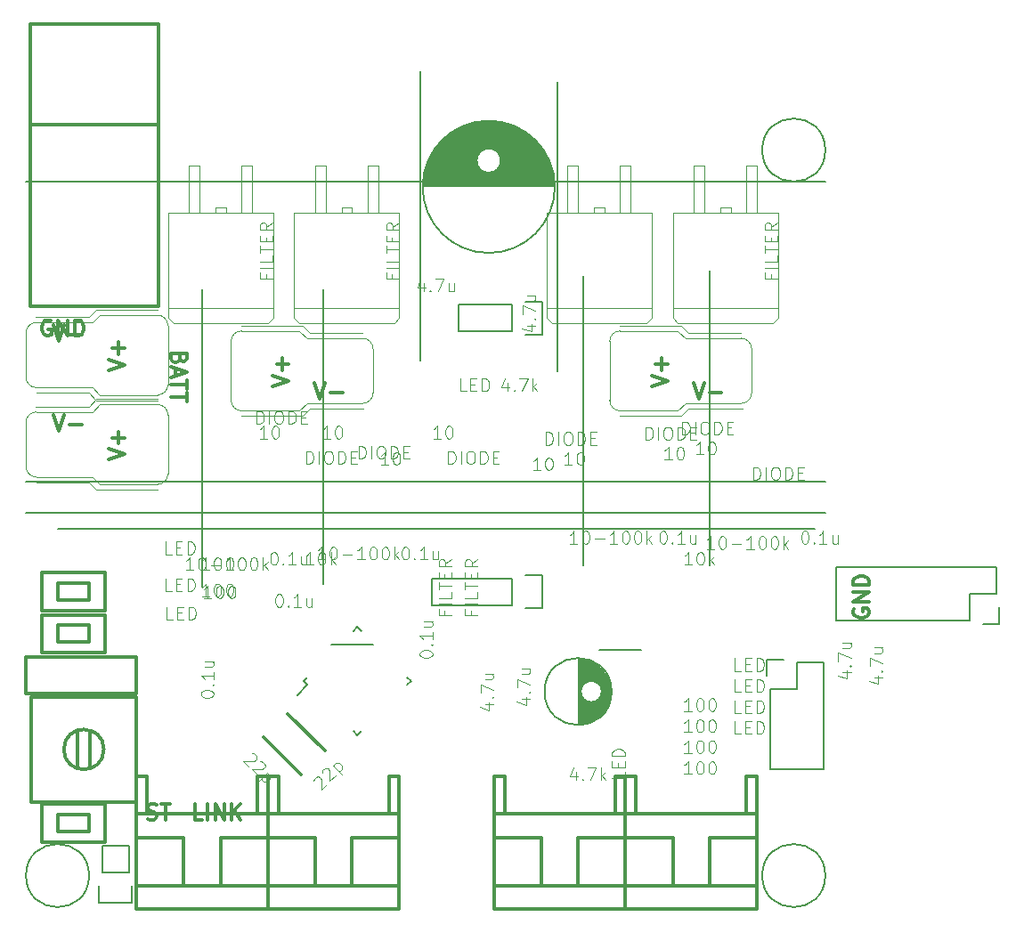
<source format=gbr>
G04 #@! TF.FileFunction,Legend,Top*
%FSLAX46Y46*%
G04 Gerber Fmt 4.6, Leading zero omitted, Abs format (unit mm)*
G04 Created by KiCad (PCBNEW 4.0.5) date 02/04/17 19:18:08*
%MOMM*%
%LPD*%
G01*
G04 APERTURE LIST*
%ADD10C,0.100000*%
%ADD11C,0.200000*%
%ADD12C,0.300000*%
%ADD13C,0.150000*%
%ADD14C,0.304800*%
%ADD15C,0.101600*%
G04 APERTURE END LIST*
D10*
D11*
X54500000Y-50500000D02*
X58500000Y-50500000D01*
X29000000Y-50000000D02*
X33000000Y-50000000D01*
X65000000Y-14500000D02*
X65000000Y-42500000D01*
X53000000Y-15000000D02*
X53000000Y-42500000D01*
X3000000Y-39000000D02*
X75000000Y-39000000D01*
X28250000Y-16250000D02*
X28250000Y-44250000D01*
X16750000Y-16250000D02*
X16750000Y-44500000D01*
X50500000Y3500000D02*
X50500000Y-24000000D01*
X37500000Y4500000D02*
X37500000Y-23000000D01*
X76000000Y-6000000D02*
X0Y-6000000D01*
X0Y-37500000D02*
X76000000Y-37500000D01*
X0Y-34500000D02*
X76000000Y-34500000D01*
X6000000Y-72000000D02*
G75*
G03X6000000Y-72000000I-3000000J0D01*
G01*
X76000000Y-72000000D02*
G75*
G03X76000000Y-72000000I-3000000J0D01*
G01*
X76000000Y-3000000D02*
G75*
G03X76000000Y-3000000I-3000000J0D01*
G01*
D12*
X14607143Y-22821429D02*
X14535714Y-23035715D01*
X14464286Y-23107143D01*
X14321429Y-23178572D01*
X14107143Y-23178572D01*
X13964286Y-23107143D01*
X13892857Y-23035715D01*
X13821429Y-22892857D01*
X13821429Y-22321429D01*
X15321429Y-22321429D01*
X15321429Y-22821429D01*
X15250000Y-22964286D01*
X15178571Y-23035715D01*
X15035714Y-23107143D01*
X14892857Y-23107143D01*
X14750000Y-23035715D01*
X14678571Y-22964286D01*
X14607143Y-22821429D01*
X14607143Y-22321429D01*
X14250000Y-23750000D02*
X14250000Y-24464286D01*
X13821429Y-23607143D02*
X15321429Y-24107143D01*
X13821429Y-24607143D01*
X15321429Y-24892857D02*
X15321429Y-25750000D01*
X13821429Y-25321429D02*
X15321429Y-25321429D01*
X15321429Y-26035714D02*
X15321429Y-26892857D01*
X13821429Y-26464286D02*
X15321429Y-26464286D01*
X2357143Y-19250000D02*
X2214286Y-19178571D01*
X2000000Y-19178571D01*
X1785715Y-19250000D01*
X1642857Y-19392857D01*
X1571429Y-19535714D01*
X1500000Y-19821429D01*
X1500000Y-20035714D01*
X1571429Y-20321429D01*
X1642857Y-20464286D01*
X1785715Y-20607143D01*
X2000000Y-20678571D01*
X2142857Y-20678571D01*
X2357143Y-20607143D01*
X2428572Y-20535714D01*
X2428572Y-20035714D01*
X2142857Y-20035714D01*
X3071429Y-20678571D02*
X3071429Y-19178571D01*
X3928572Y-20678571D01*
X3928572Y-19178571D01*
X4642858Y-20678571D02*
X4642858Y-19178571D01*
X5000001Y-19178571D01*
X5214286Y-19250000D01*
X5357144Y-19392857D01*
X5428572Y-19535714D01*
X5500001Y-19821429D01*
X5500001Y-20035714D01*
X5428572Y-20321429D01*
X5357144Y-20464286D01*
X5214286Y-20607143D01*
X5000001Y-20678571D01*
X4642858Y-20678571D01*
X78750000Y-46642857D02*
X78678571Y-46785714D01*
X78678571Y-47000000D01*
X78750000Y-47214285D01*
X78892857Y-47357143D01*
X79035714Y-47428571D01*
X79321429Y-47500000D01*
X79535714Y-47500000D01*
X79821429Y-47428571D01*
X79964286Y-47357143D01*
X80107143Y-47214285D01*
X80178571Y-47000000D01*
X80178571Y-46857143D01*
X80107143Y-46642857D01*
X80035714Y-46571428D01*
X79535714Y-46571428D01*
X79535714Y-46857143D01*
X80178571Y-45928571D02*
X78678571Y-45928571D01*
X80178571Y-45071428D01*
X78678571Y-45071428D01*
X80178571Y-44357142D02*
X78678571Y-44357142D01*
X78678571Y-43999999D01*
X78750000Y-43785714D01*
X78892857Y-43642856D01*
X79035714Y-43571428D01*
X79321429Y-43499999D01*
X79535714Y-43499999D01*
X79821429Y-43571428D01*
X79964286Y-43642856D01*
X80107143Y-43785714D01*
X80178571Y-43999999D01*
X80178571Y-44357142D01*
X11571428Y-66607143D02*
X11785714Y-66678571D01*
X12142857Y-66678571D01*
X12285714Y-66607143D01*
X12357143Y-66535714D01*
X12428571Y-66392857D01*
X12428571Y-66250000D01*
X12357143Y-66107143D01*
X12285714Y-66035714D01*
X12142857Y-65964286D01*
X11857143Y-65892857D01*
X11714285Y-65821429D01*
X11642857Y-65750000D01*
X11571428Y-65607143D01*
X11571428Y-65464286D01*
X11642857Y-65321429D01*
X11714285Y-65250000D01*
X11857143Y-65178571D01*
X12214285Y-65178571D01*
X12428571Y-65250000D01*
X12857142Y-65178571D02*
X13714285Y-65178571D01*
X13285714Y-66678571D02*
X13285714Y-65178571D01*
X14214285Y-66107143D02*
X15357142Y-66107143D01*
X16785714Y-66678571D02*
X16071428Y-66678571D01*
X16071428Y-65178571D01*
X17285714Y-66678571D02*
X17285714Y-65178571D01*
X18000000Y-66678571D02*
X18000000Y-65178571D01*
X18857143Y-66678571D01*
X18857143Y-65178571D01*
X19571429Y-66678571D02*
X19571429Y-65178571D01*
X20428572Y-66678571D02*
X19785715Y-65821429D01*
X20428572Y-65178571D02*
X19571429Y-66035714D01*
D10*
X20500000Y-19700000D02*
X26300000Y-19700000D01*
X32000000Y-20400000D02*
X27000000Y-20400000D01*
X32100000Y-27600000D02*
X27000000Y-27600000D01*
X20500000Y-28300000D02*
X26300000Y-28300000D01*
X20500000Y-27800000D02*
X26000000Y-27800000D01*
X19500000Y-21200000D02*
X19500000Y-26800000D01*
X26000000Y-20200000D02*
X20500000Y-20200000D01*
X32000000Y-20900000D02*
X26700000Y-20900000D01*
X32000000Y-27100000D02*
X26700000Y-27100000D01*
X33000000Y-21900000D02*
X33000000Y-26100000D01*
X33000000Y-21900000D02*
G75*
G03X32000000Y-20900000I-1000000J0D01*
G01*
X32000000Y-27100000D02*
G75*
G03X33000000Y-26100000I0J1000000D01*
G01*
X20500000Y-20200000D02*
G75*
G03X19500000Y-21200000I0J-1000000D01*
G01*
X19500000Y-26800000D02*
G75*
G03X20500000Y-27800000I1000000J0D01*
G01*
X26300000Y-28300000D02*
X27000000Y-27600000D01*
X26300000Y-19700000D02*
X27000000Y-20400000D01*
X26000000Y-20200000D02*
X26700000Y-20900000D01*
X26000000Y-27800000D02*
X26700000Y-27100000D01*
D13*
X37750000Y-6425000D02*
X50250000Y-6425000D01*
X37754000Y-6285000D02*
X50246000Y-6285000D01*
X37760000Y-6145000D02*
X50240000Y-6145000D01*
X37770000Y-6005000D02*
X50230000Y-6005000D01*
X37782000Y-5865000D02*
X50218000Y-5865000D01*
X37798000Y-5725000D02*
X50202000Y-5725000D01*
X37817000Y-5585000D02*
X50183000Y-5585000D01*
X37840000Y-5445000D02*
X50160000Y-5445000D01*
X37865000Y-5305000D02*
X50135000Y-5305000D01*
X37894000Y-5165000D02*
X50106000Y-5165000D01*
X37927000Y-5025000D02*
X43479000Y-5025000D01*
X44521000Y-5025000D02*
X50073000Y-5025000D01*
X37962000Y-4885000D02*
X43266000Y-4885000D01*
X44734000Y-4885000D02*
X50038000Y-4885000D01*
X38001000Y-4745000D02*
X43124000Y-4745000D01*
X44876000Y-4745000D02*
X49999000Y-4745000D01*
X38044000Y-4605000D02*
X43022000Y-4605000D01*
X44978000Y-4605000D02*
X49956000Y-4605000D01*
X38091000Y-4465000D02*
X42948000Y-4465000D01*
X45052000Y-4465000D02*
X49909000Y-4465000D01*
X38141000Y-4325000D02*
X42897000Y-4325000D01*
X45103000Y-4325000D02*
X49859000Y-4325000D01*
X38195000Y-4185000D02*
X42865000Y-4185000D01*
X45135000Y-4185000D02*
X49805000Y-4185000D01*
X38252000Y-4045000D02*
X42851000Y-4045000D01*
X45149000Y-4045000D02*
X49748000Y-4045000D01*
X38314000Y-3905000D02*
X42854000Y-3905000D01*
X45146000Y-3905000D02*
X49686000Y-3905000D01*
X38380000Y-3765000D02*
X42874000Y-3765000D01*
X45126000Y-3765000D02*
X49620000Y-3765000D01*
X38451000Y-3625000D02*
X42913000Y-3625000D01*
X45087000Y-3625000D02*
X49549000Y-3625000D01*
X38525000Y-3485000D02*
X42972000Y-3485000D01*
X45028000Y-3485000D02*
X49475000Y-3485000D01*
X38605000Y-3345000D02*
X43055000Y-3345000D01*
X44945000Y-3345000D02*
X49395000Y-3345000D01*
X38689000Y-3205000D02*
X43169000Y-3205000D01*
X44831000Y-3205000D02*
X49311000Y-3205000D01*
X38779000Y-3065000D02*
X43330000Y-3065000D01*
X44670000Y-3065000D02*
X49221000Y-3065000D01*
X38873000Y-2925000D02*
X43591000Y-2925000D01*
X44409000Y-2925000D02*
X49127000Y-2925000D01*
X38974000Y-2785000D02*
X49026000Y-2785000D01*
X39081000Y-2645000D02*
X48919000Y-2645000D01*
X39193000Y-2505000D02*
X48807000Y-2505000D01*
X39313000Y-2365000D02*
X48687000Y-2365000D01*
X39441000Y-2225000D02*
X48559000Y-2225000D01*
X39576000Y-2085000D02*
X48424000Y-2085000D01*
X39720000Y-1945000D02*
X48280000Y-1945000D01*
X39875000Y-1805000D02*
X48125000Y-1805000D01*
X40040000Y-1665000D02*
X47960000Y-1665000D01*
X40217000Y-1525000D02*
X47783000Y-1525000D01*
X40408000Y-1385000D02*
X47592000Y-1385000D01*
X40617000Y-1245000D02*
X47383000Y-1245000D01*
X40845000Y-1105000D02*
X47155000Y-1105000D01*
X41097000Y-965000D02*
X46903000Y-965000D01*
X41381000Y-825000D02*
X46619000Y-825000D01*
X41709000Y-685000D02*
X46291000Y-685000D01*
X42103000Y-545000D02*
X45897000Y-545000D01*
X42617000Y-405000D02*
X45383000Y-405000D01*
X43567000Y-265000D02*
X44433000Y-265000D01*
X45150000Y-4000000D02*
G75*
G03X45150000Y-4000000I-1150000J0D01*
G01*
X50287500Y-6500000D02*
G75*
G03X50287500Y-6500000I-6287500J0D01*
G01*
X26373476Y-53500000D02*
X26744707Y-53871231D01*
X31500000Y-48373476D02*
X31871231Y-48744707D01*
X36626524Y-53500000D02*
X36255293Y-53128769D01*
X31500000Y-58626524D02*
X31128769Y-58255293D01*
X26373476Y-53500000D02*
X26744707Y-53128769D01*
X31500000Y-58626524D02*
X31871231Y-58255293D01*
X36626524Y-53500000D02*
X36255293Y-53871231D01*
X31500000Y-48373476D02*
X31128769Y-48744707D01*
X26744707Y-53871231D02*
X25772435Y-54843503D01*
X52575000Y-51351000D02*
X52575000Y-57649000D01*
X52715000Y-51357000D02*
X52715000Y-57643000D01*
X52855000Y-51370000D02*
X52855000Y-54054000D01*
X52855000Y-54946000D02*
X52855000Y-57630000D01*
X52995000Y-51389000D02*
X52995000Y-53844000D01*
X52995000Y-55156000D02*
X52995000Y-57611000D01*
X53135000Y-51415000D02*
X53135000Y-53711000D01*
X53135000Y-55289000D02*
X53135000Y-57585000D01*
X53275000Y-51447000D02*
X53275000Y-53620000D01*
X53275000Y-55380000D02*
X53275000Y-57553000D01*
X53415000Y-51486000D02*
X53415000Y-53558000D01*
X53415000Y-55442000D02*
X53415000Y-57514000D01*
X53555000Y-51532000D02*
X53555000Y-53519000D01*
X53555000Y-55481000D02*
X53555000Y-57468000D01*
X53695000Y-51585000D02*
X53695000Y-53502000D01*
X53695000Y-55498000D02*
X53695000Y-57415000D01*
X53835000Y-51647000D02*
X53835000Y-53504000D01*
X53835000Y-55496000D02*
X53835000Y-57353000D01*
X53975000Y-51717000D02*
X53975000Y-53526000D01*
X53975000Y-55474000D02*
X53975000Y-57283000D01*
X54115000Y-51796000D02*
X54115000Y-53569000D01*
X54115000Y-55431000D02*
X54115000Y-57204000D01*
X54255000Y-51884000D02*
X54255000Y-53637000D01*
X54255000Y-55363000D02*
X54255000Y-57116000D01*
X54395000Y-51984000D02*
X54395000Y-53736000D01*
X54395000Y-55264000D02*
X54395000Y-57016000D01*
X54535000Y-52096000D02*
X54535000Y-53881000D01*
X54535000Y-55119000D02*
X54535000Y-56904000D01*
X54675000Y-52221000D02*
X54675000Y-54120000D01*
X54675000Y-54880000D02*
X54675000Y-56779000D01*
X54815000Y-52364000D02*
X54815000Y-56636000D01*
X54955000Y-52526000D02*
X54955000Y-56474000D01*
X55095000Y-52714000D02*
X55095000Y-56286000D01*
X55235000Y-52937000D02*
X55235000Y-56063000D01*
X55375000Y-53213000D02*
X55375000Y-55787000D01*
X55515000Y-53588000D02*
X55515000Y-55412000D01*
X54750000Y-54500000D02*
G75*
G03X54750000Y-54500000I-1000000J0D01*
G01*
X55687500Y-54500000D02*
G75*
G03X55687500Y-54500000I-3187500J0D01*
G01*
X7230000Y-71730000D02*
X7230000Y-69190000D01*
X6950000Y-74550000D02*
X6950000Y-73000000D01*
X7230000Y-71730000D02*
X9770000Y-71730000D01*
X10050000Y-73000000D02*
X10050000Y-74550000D01*
X10050000Y-74550000D02*
X6950000Y-74550000D01*
X9770000Y-71730000D02*
X9770000Y-69190000D01*
X9770000Y-69190000D02*
X7230000Y-69190000D01*
X46230000Y-46270000D02*
X38610000Y-46270000D01*
X46230000Y-43730000D02*
X38610000Y-43730000D01*
X49050000Y-43450000D02*
X47500000Y-43450000D01*
X38610000Y-46270000D02*
X38610000Y-43730000D01*
X46230000Y-43730000D02*
X46230000Y-46270000D01*
X47500000Y-46550000D02*
X49050000Y-46550000D01*
X49050000Y-46550000D02*
X49050000Y-43450000D01*
X77030000Y-42690000D02*
X92270000Y-42690000D01*
X89730000Y-47770000D02*
X77030000Y-47770000D01*
X77030000Y-42690000D02*
X77030000Y-47770000D01*
X92270000Y-42690000D02*
X92270000Y-45230000D01*
X91000000Y-48050000D02*
X92550000Y-48050000D01*
X92270000Y-45230000D02*
X89730000Y-45230000D01*
X89730000Y-45230000D02*
X89730000Y-47770000D01*
X92550000Y-48050000D02*
X92550000Y-46500000D01*
X47500000Y-20550000D02*
X49050000Y-20550000D01*
X49050000Y-20550000D02*
X49050000Y-17450000D01*
X49050000Y-17450000D02*
X47500000Y-17450000D01*
X46230000Y-20270000D02*
X41150000Y-20270000D01*
X41150000Y-20270000D02*
X41150000Y-17730000D01*
X41150000Y-17730000D02*
X46230000Y-17730000D01*
X46230000Y-17730000D02*
X46230000Y-20270000D01*
D12*
X3000000Y-67800000D02*
X6000000Y-67800000D01*
X6000000Y-67800000D02*
X6000000Y-66200000D01*
X6000000Y-66200000D02*
X3000000Y-66200000D01*
X3000000Y-66200000D02*
X3000000Y-67800000D01*
X1500000Y-68800000D02*
X7500000Y-68800000D01*
X7500000Y-68800000D02*
X7500000Y-65200000D01*
X7500000Y-65200000D02*
X1500000Y-65200000D01*
X1500000Y-65200000D02*
X1500000Y-68800000D01*
X3000000Y-45800000D02*
X6000000Y-45800000D01*
X6000000Y-45800000D02*
X6000000Y-44200000D01*
X6000000Y-44200000D02*
X3000000Y-44200000D01*
X3000000Y-44200000D02*
X3000000Y-45800000D01*
X1500000Y-46800000D02*
X7500000Y-46800000D01*
X7500000Y-46800000D02*
X7500000Y-43200000D01*
X7500000Y-43200000D02*
X1500000Y-43200000D01*
X1500000Y-43200000D02*
X1500000Y-46800000D01*
X3000000Y-49800000D02*
X6000000Y-49800000D01*
X6000000Y-49800000D02*
X6000000Y-48200000D01*
X6000000Y-48200000D02*
X3000000Y-48200000D01*
X3000000Y-48200000D02*
X3000000Y-49800000D01*
X1500000Y-50800000D02*
X7500000Y-50800000D01*
X7500000Y-50800000D02*
X7500000Y-47200000D01*
X7500000Y-47200000D02*
X1500000Y-47200000D01*
X1500000Y-47200000D02*
X1500000Y-50800000D01*
X0Y-51200000D02*
X10500000Y-51200000D01*
X10500000Y-51200000D02*
X10500000Y-54700000D01*
X10500000Y-54700000D02*
X0Y-54700000D01*
X0Y-54700000D02*
X0Y-51200000D01*
X7400000Y-60000000D02*
G75*
G03X7400000Y-60000000I-1900000J0D01*
G01*
X6100000Y-61800000D02*
X6100000Y-58300000D01*
X4900000Y-61800000D02*
X4900000Y-58200000D01*
X500000Y-65000000D02*
X500000Y-55000000D01*
X500000Y-55000000D02*
X10500000Y-55000000D01*
X10500000Y-55000000D02*
X10500000Y-65000000D01*
X10500000Y-65000000D02*
X500000Y-65000000D01*
X22600862Y-58863604D02*
X26136396Y-62399138D01*
X24863604Y-56600862D02*
X28399138Y-60136396D01*
X57000000Y-75200000D02*
X44500000Y-75200000D01*
X57000000Y-62600000D02*
X57000000Y-75200000D01*
X56000000Y-66100000D02*
X56000000Y-62600000D01*
X56000000Y-62600000D02*
X57000000Y-62600000D01*
X44500000Y-66100000D02*
X57000000Y-66100000D01*
X52500000Y-68400000D02*
X52500000Y-73000000D01*
X52500000Y-68400000D02*
X57000000Y-68400000D01*
X49000000Y-73000000D02*
X49000000Y-68400000D01*
X49000000Y-68400000D02*
X44500000Y-68400000D01*
X44500000Y-73000000D02*
X57000000Y-73000000D01*
X44500000Y-62600000D02*
X44500000Y-75200000D01*
X44500000Y-62600000D02*
X45500000Y-62600000D01*
X45500000Y-62600000D02*
X45500000Y-66100000D01*
X400000Y-600000D02*
X12600000Y-600000D01*
X400000Y-17900000D02*
X400000Y9000000D01*
X400000Y9000000D02*
X12600000Y9000000D01*
X12600000Y9000000D02*
X12600000Y-17900000D01*
X12600000Y-17900000D02*
X400000Y-17900000D01*
X69500000Y-75200000D02*
X57000000Y-75200000D01*
X69500000Y-62600000D02*
X69500000Y-75200000D01*
X68500000Y-66100000D02*
X68500000Y-62600000D01*
X68500000Y-62600000D02*
X69500000Y-62600000D01*
X57000000Y-66100000D02*
X69500000Y-66100000D01*
X65000000Y-68400000D02*
X65000000Y-73000000D01*
X65000000Y-68400000D02*
X69500000Y-68400000D01*
X61500000Y-73000000D02*
X61500000Y-68400000D01*
X61500000Y-68400000D02*
X57000000Y-68400000D01*
X57000000Y-73000000D02*
X69500000Y-73000000D01*
X57000000Y-62600000D02*
X57000000Y-75200000D01*
X57000000Y-62600000D02*
X58000000Y-62600000D01*
X58000000Y-62600000D02*
X58000000Y-66100000D01*
X23000000Y-75200000D02*
X10500000Y-75200000D01*
X23000000Y-62600000D02*
X23000000Y-75200000D01*
X22000000Y-66100000D02*
X22000000Y-62600000D01*
X22000000Y-62600000D02*
X23000000Y-62600000D01*
X10500000Y-66100000D02*
X23000000Y-66100000D01*
X18500000Y-68400000D02*
X18500000Y-73000000D01*
X18500000Y-68400000D02*
X23000000Y-68400000D01*
X15000000Y-73000000D02*
X15000000Y-68400000D01*
X15000000Y-68400000D02*
X10500000Y-68400000D01*
X10500000Y-73000000D02*
X23000000Y-73000000D01*
X10500000Y-62600000D02*
X10500000Y-75200000D01*
X10500000Y-62600000D02*
X11500000Y-62600000D01*
X11500000Y-62600000D02*
X11500000Y-66100000D01*
X35500000Y-75200000D02*
X23000000Y-75200000D01*
X35500000Y-62600000D02*
X35500000Y-75200000D01*
X34500000Y-66100000D02*
X34500000Y-62600000D01*
X34500000Y-62600000D02*
X35500000Y-62600000D01*
X23000000Y-66100000D02*
X35500000Y-66100000D01*
X31000000Y-68400000D02*
X31000000Y-73000000D01*
X31000000Y-68400000D02*
X35500000Y-68400000D01*
X27500000Y-73000000D02*
X27500000Y-68400000D01*
X27500000Y-68400000D02*
X23000000Y-68400000D01*
X23000000Y-73000000D02*
X35500000Y-73000000D01*
X23000000Y-62600000D02*
X23000000Y-75200000D01*
X23000000Y-62600000D02*
X24000000Y-62600000D01*
X24000000Y-62600000D02*
X24000000Y-66100000D01*
D10*
X56500000Y-19700000D02*
X62300000Y-19700000D01*
X68000000Y-20400000D02*
X63000000Y-20400000D01*
X68100000Y-27600000D02*
X63000000Y-27600000D01*
X56500000Y-28300000D02*
X62300000Y-28300000D01*
X56500000Y-27800000D02*
X62000000Y-27800000D01*
X55500000Y-21200000D02*
X55500000Y-26800000D01*
X62000000Y-20200000D02*
X56500000Y-20200000D01*
X68000000Y-20900000D02*
X62700000Y-20900000D01*
X68000000Y-27100000D02*
X62700000Y-27100000D01*
X69000000Y-21900000D02*
X69000000Y-26100000D01*
X69000000Y-21900000D02*
G75*
G03X68000000Y-20900000I-1000000J0D01*
G01*
X68000000Y-27100000D02*
G75*
G03X69000000Y-26100000I0J1000000D01*
G01*
X56500000Y-20200000D02*
G75*
G03X55500000Y-21200000I0J-1000000D01*
G01*
X55500000Y-26800000D02*
G75*
G03X56500000Y-27800000I1000000J0D01*
G01*
X62300000Y-28300000D02*
X63000000Y-27600000D01*
X62300000Y-19700000D02*
X63000000Y-20400000D01*
X62000000Y-20200000D02*
X62700000Y-20900000D01*
X62000000Y-27800000D02*
X62700000Y-27100000D01*
X12500000Y-26800000D02*
X6700000Y-26800000D01*
X1000000Y-26100000D02*
X6000000Y-26100000D01*
X900000Y-18900000D02*
X6000000Y-18900000D01*
X12500000Y-18200000D02*
X6700000Y-18200000D01*
X12500000Y-18700000D02*
X7000000Y-18700000D01*
X13500000Y-25300000D02*
X13500000Y-19700000D01*
X7000000Y-26300000D02*
X12500000Y-26300000D01*
X1000000Y-25600000D02*
X6300000Y-25600000D01*
X1000000Y-19400000D02*
X6300000Y-19400000D01*
X0Y-24600000D02*
X0Y-20400000D01*
X0Y-24600000D02*
G75*
G03X1000000Y-25600000I1000000J0D01*
G01*
X1000000Y-19400000D02*
G75*
G03X0Y-20400000I0J-1000000D01*
G01*
X12500000Y-26300000D02*
G75*
G03X13500000Y-25300000I0J1000000D01*
G01*
X13500000Y-19700000D02*
G75*
G03X12500000Y-18700000I-1000000J0D01*
G01*
X6700000Y-18200000D02*
X6000000Y-18900000D01*
X6700000Y-26800000D02*
X6000000Y-26100000D01*
X7000000Y-26300000D02*
X6300000Y-25600000D01*
X7000000Y-18700000D02*
X6300000Y-19400000D01*
X12500000Y-35300000D02*
X6700000Y-35300000D01*
X1000000Y-34600000D02*
X6000000Y-34600000D01*
X900000Y-27400000D02*
X6000000Y-27400000D01*
X12500000Y-26700000D02*
X6700000Y-26700000D01*
X12500000Y-27200000D02*
X7000000Y-27200000D01*
X13500000Y-33800000D02*
X13500000Y-28200000D01*
X7000000Y-34800000D02*
X12500000Y-34800000D01*
X1000000Y-34100000D02*
X6300000Y-34100000D01*
X1000000Y-27900000D02*
X6300000Y-27900000D01*
X0Y-33100000D02*
X0Y-28900000D01*
X0Y-33100000D02*
G75*
G03X1000000Y-34100000I1000000J0D01*
G01*
X1000000Y-27900000D02*
G75*
G03X0Y-28900000I0J-1000000D01*
G01*
X12500000Y-34800000D02*
G75*
G03X13500000Y-33800000I0J1000000D01*
G01*
X13500000Y-28200000D02*
G75*
G03X12500000Y-27200000I-1000000J0D01*
G01*
X6700000Y-26700000D02*
X6000000Y-27400000D01*
X6700000Y-35300000D02*
X6000000Y-34600000D01*
X7000000Y-34800000D02*
X6300000Y-34100000D01*
X7000000Y-27200000D02*
X6300000Y-27900000D01*
X19000000Y-9000000D02*
X19000000Y-8500000D01*
X19000000Y-8500000D02*
X18000000Y-8500000D01*
X18000000Y-8500000D02*
X18000000Y-9000000D01*
X16500000Y-9000000D02*
X16500000Y-4500000D01*
X16500000Y-4500000D02*
X15500000Y-4500000D01*
X15500000Y-4500000D02*
X15500000Y-9000000D01*
X21500000Y-9000000D02*
X21500000Y-4500000D01*
X21500000Y-4500000D02*
X20500000Y-4500000D01*
X20500000Y-4500000D02*
X20500000Y-9000000D01*
X14000000Y-19500000D02*
X23000000Y-19500000D01*
X23000000Y-19500000D02*
X23500000Y-19000000D01*
X13500000Y-19000000D02*
X14000000Y-19500000D01*
X13500000Y-18000000D02*
X13500000Y-19000000D01*
X23500000Y-18000000D02*
X23500000Y-19000000D01*
X23500000Y-18000000D02*
X23500000Y-9000000D01*
X13500000Y-18000000D02*
X23500000Y-18000000D01*
X13500000Y-9000000D02*
X13500000Y-18000000D01*
X13500000Y-9000000D02*
X23500000Y-9000000D01*
X31000000Y-9000000D02*
X31000000Y-8500000D01*
X31000000Y-8500000D02*
X30000000Y-8500000D01*
X30000000Y-8500000D02*
X30000000Y-9000000D01*
X28500000Y-9000000D02*
X28500000Y-4500000D01*
X28500000Y-4500000D02*
X27500000Y-4500000D01*
X27500000Y-4500000D02*
X27500000Y-9000000D01*
X33500000Y-9000000D02*
X33500000Y-4500000D01*
X33500000Y-4500000D02*
X32500000Y-4500000D01*
X32500000Y-4500000D02*
X32500000Y-9000000D01*
X26000000Y-19500000D02*
X35000000Y-19500000D01*
X35000000Y-19500000D02*
X35500000Y-19000000D01*
X25500000Y-19000000D02*
X26000000Y-19500000D01*
X25500000Y-18000000D02*
X25500000Y-19000000D01*
X35500000Y-18000000D02*
X35500000Y-19000000D01*
X35500000Y-18000000D02*
X35500000Y-9000000D01*
X25500000Y-18000000D02*
X35500000Y-18000000D01*
X25500000Y-9000000D02*
X25500000Y-18000000D01*
X25500000Y-9000000D02*
X35500000Y-9000000D01*
X55000000Y-9000000D02*
X55000000Y-8500000D01*
X55000000Y-8500000D02*
X54000000Y-8500000D01*
X54000000Y-8500000D02*
X54000000Y-9000000D01*
X52500000Y-9000000D02*
X52500000Y-4500000D01*
X52500000Y-4500000D02*
X51500000Y-4500000D01*
X51500000Y-4500000D02*
X51500000Y-9000000D01*
X57500000Y-9000000D02*
X57500000Y-4500000D01*
X57500000Y-4500000D02*
X56500000Y-4500000D01*
X56500000Y-4500000D02*
X56500000Y-9000000D01*
X50000000Y-19500000D02*
X59000000Y-19500000D01*
X59000000Y-19500000D02*
X59500000Y-19000000D01*
X49500000Y-19000000D02*
X50000000Y-19500000D01*
X49500000Y-18000000D02*
X49500000Y-19000000D01*
X59500000Y-18000000D02*
X59500000Y-19000000D01*
X59500000Y-18000000D02*
X59500000Y-9000000D01*
X49500000Y-18000000D02*
X59500000Y-18000000D01*
X49500000Y-9000000D02*
X49500000Y-18000000D01*
X49500000Y-9000000D02*
X59500000Y-9000000D01*
X67000000Y-9000000D02*
X67000000Y-8500000D01*
X67000000Y-8500000D02*
X66000000Y-8500000D01*
X66000000Y-8500000D02*
X66000000Y-9000000D01*
X64500000Y-9000000D02*
X64500000Y-4500000D01*
X64500000Y-4500000D02*
X63500000Y-4500000D01*
X63500000Y-4500000D02*
X63500000Y-9000000D01*
X69500000Y-9000000D02*
X69500000Y-4500000D01*
X69500000Y-4500000D02*
X68500000Y-4500000D01*
X68500000Y-4500000D02*
X68500000Y-9000000D01*
X62000000Y-19500000D02*
X71000000Y-19500000D01*
X71000000Y-19500000D02*
X71500000Y-19000000D01*
X61500000Y-19000000D02*
X62000000Y-19500000D01*
X61500000Y-18000000D02*
X61500000Y-19000000D01*
X71500000Y-18000000D02*
X71500000Y-19000000D01*
X71500000Y-18000000D02*
X71500000Y-9000000D01*
X61500000Y-18000000D02*
X71500000Y-18000000D01*
X61500000Y-9000000D02*
X61500000Y-18000000D01*
X61500000Y-9000000D02*
X71500000Y-9000000D01*
D13*
X70730000Y-54270000D02*
X70730000Y-61890000D01*
X70730000Y-61890000D02*
X75810000Y-61890000D01*
X75810000Y-61890000D02*
X75810000Y-51730000D01*
X75810000Y-51730000D02*
X73270000Y-51730000D01*
X72000000Y-51450000D02*
X70450000Y-51450000D01*
X73270000Y-51730000D02*
X73270000Y-54270000D01*
X73270000Y-54270000D02*
X70730000Y-54270000D01*
X70450000Y-51450000D02*
X70450000Y-53000000D01*
D14*
X27448572Y-25165429D02*
X27956572Y-26689429D01*
X28464572Y-25165429D01*
X28972572Y-26108857D02*
X30133715Y-26108857D01*
X23465429Y-25451428D02*
X24989429Y-24943428D01*
X23465429Y-24435428D01*
X24408857Y-23927428D02*
X24408857Y-22766285D01*
X24989429Y-23346856D02*
X23828286Y-23346856D01*
D15*
X15919238Y-42942548D02*
X15229810Y-42942548D01*
X15574524Y-42942548D02*
X15574524Y-41736048D01*
X15459619Y-41908405D01*
X15344714Y-42023310D01*
X15229810Y-42080762D01*
X16666119Y-41736048D02*
X16781024Y-41736048D01*
X16895929Y-41793500D01*
X16953381Y-41850952D01*
X17010834Y-41965857D01*
X17068286Y-42195667D01*
X17068286Y-42482929D01*
X17010834Y-42712738D01*
X16953381Y-42827643D01*
X16895929Y-42885095D01*
X16781024Y-42942548D01*
X16666119Y-42942548D01*
X16551215Y-42885095D01*
X16493762Y-42827643D01*
X16436310Y-42712738D01*
X16378858Y-42482929D01*
X16378858Y-42195667D01*
X16436310Y-41965857D01*
X16493762Y-41850952D01*
X16551215Y-41793500D01*
X16666119Y-41736048D01*
X17585358Y-42482929D02*
X18504596Y-42482929D01*
X19711096Y-42942548D02*
X19021668Y-42942548D01*
X19366382Y-42942548D02*
X19366382Y-41736048D01*
X19251477Y-41908405D01*
X19136572Y-42023310D01*
X19021668Y-42080762D01*
X20457977Y-41736048D02*
X20572882Y-41736048D01*
X20687787Y-41793500D01*
X20745239Y-41850952D01*
X20802692Y-41965857D01*
X20860144Y-42195667D01*
X20860144Y-42482929D01*
X20802692Y-42712738D01*
X20745239Y-42827643D01*
X20687787Y-42885095D01*
X20572882Y-42942548D01*
X20457977Y-42942548D01*
X20343073Y-42885095D01*
X20285620Y-42827643D01*
X20228168Y-42712738D01*
X20170716Y-42482929D01*
X20170716Y-42195667D01*
X20228168Y-41965857D01*
X20285620Y-41850952D01*
X20343073Y-41793500D01*
X20457977Y-41736048D01*
X21607025Y-41736048D02*
X21721930Y-41736048D01*
X21836835Y-41793500D01*
X21894287Y-41850952D01*
X21951740Y-41965857D01*
X22009192Y-42195667D01*
X22009192Y-42482929D01*
X21951740Y-42712738D01*
X21894287Y-42827643D01*
X21836835Y-42885095D01*
X21721930Y-42942548D01*
X21607025Y-42942548D01*
X21492121Y-42885095D01*
X21434668Y-42827643D01*
X21377216Y-42712738D01*
X21319764Y-42482929D01*
X21319764Y-42195667D01*
X21377216Y-41965857D01*
X21434668Y-41850952D01*
X21492121Y-41793500D01*
X21607025Y-41736048D01*
X22526264Y-42942548D02*
X22526264Y-41736048D01*
X22641169Y-42482929D02*
X22985883Y-42942548D01*
X22985883Y-42138214D02*
X22526264Y-42597833D01*
X47638214Y-19695667D02*
X48442548Y-19695667D01*
X47178595Y-19982929D02*
X48040381Y-20270190D01*
X48040381Y-19523310D01*
X48327643Y-19063690D02*
X48385095Y-19006238D01*
X48442548Y-19063690D01*
X48385095Y-19121142D01*
X48327643Y-19063690D01*
X48442548Y-19063690D01*
X47236048Y-18604071D02*
X47236048Y-17799738D01*
X48442548Y-18316809D01*
X47638214Y-16823047D02*
X48442548Y-16823047D01*
X47638214Y-17340118D02*
X48270190Y-17340118D01*
X48385095Y-17282666D01*
X48442548Y-17167761D01*
X48442548Y-16995404D01*
X48385095Y-16880499D01*
X48327643Y-16823047D01*
X37804333Y-15638214D02*
X37804333Y-16442548D01*
X37517071Y-15178595D02*
X37229810Y-16040381D01*
X37976690Y-16040381D01*
X38436310Y-16327643D02*
X38493762Y-16385095D01*
X38436310Y-16442548D01*
X38378858Y-16385095D01*
X38436310Y-16327643D01*
X38436310Y-16442548D01*
X38895929Y-15236048D02*
X39700262Y-15236048D01*
X39183191Y-16442548D01*
X40676953Y-15638214D02*
X40676953Y-16442548D01*
X40159882Y-15638214D02*
X40159882Y-16270190D01*
X40217334Y-16385095D01*
X40332239Y-16442548D01*
X40504596Y-16442548D01*
X40619501Y-16385095D01*
X40676953Y-16327643D01*
X36017071Y-40736048D02*
X36131976Y-40736048D01*
X36246881Y-40793500D01*
X36304333Y-40850952D01*
X36361786Y-40965857D01*
X36419238Y-41195667D01*
X36419238Y-41482929D01*
X36361786Y-41712738D01*
X36304333Y-41827643D01*
X36246881Y-41885095D01*
X36131976Y-41942548D01*
X36017071Y-41942548D01*
X35902167Y-41885095D01*
X35844714Y-41827643D01*
X35787262Y-41712738D01*
X35729810Y-41482929D01*
X35729810Y-41195667D01*
X35787262Y-40965857D01*
X35844714Y-40850952D01*
X35902167Y-40793500D01*
X36017071Y-40736048D01*
X36936310Y-41827643D02*
X36993762Y-41885095D01*
X36936310Y-41942548D01*
X36878858Y-41885095D01*
X36936310Y-41827643D01*
X36936310Y-41942548D01*
X38142810Y-41942548D02*
X37453382Y-41942548D01*
X37798096Y-41942548D02*
X37798096Y-40736048D01*
X37683191Y-40908405D01*
X37568286Y-41023310D01*
X37453382Y-41080762D01*
X39176953Y-41138214D02*
X39176953Y-41942548D01*
X38659882Y-41138214D02*
X38659882Y-41770190D01*
X38717334Y-41885095D01*
X38832239Y-41942548D01*
X39004596Y-41942548D01*
X39119501Y-41885095D01*
X39176953Y-41827643D01*
X21475000Y-60350001D02*
X21556249Y-60350001D01*
X21678124Y-60390626D01*
X21881249Y-60593751D01*
X21921874Y-60715625D01*
X21921874Y-60796875D01*
X21881249Y-60918750D01*
X21799999Y-61000000D01*
X21637499Y-61081250D01*
X20662500Y-61081250D01*
X21190624Y-61609375D01*
X22287499Y-61162500D02*
X22368749Y-61162500D01*
X22490624Y-61203126D01*
X22693749Y-61406251D01*
X22734373Y-61528125D01*
X22734374Y-61609375D01*
X22693749Y-61731250D01*
X22612498Y-61812500D01*
X22449999Y-61893750D01*
X21474999Y-61893750D01*
X22003124Y-62421874D01*
X22937499Y-62218749D02*
X22084375Y-63071874D01*
X22896873Y-62259375D02*
X23018749Y-62300000D01*
X23181249Y-62462499D01*
X23221873Y-62584375D01*
X23221873Y-62665624D01*
X23181249Y-62787499D01*
X22937499Y-63031249D01*
X22815623Y-63071874D01*
X22734374Y-63071874D01*
X22612498Y-63031249D01*
X22449999Y-62868750D01*
X22409374Y-62746874D01*
X27350001Y-63025000D02*
X27350001Y-62943751D01*
X27390626Y-62821876D01*
X27593751Y-62618751D01*
X27715625Y-62578126D01*
X27796875Y-62578126D01*
X27918750Y-62618751D01*
X28000000Y-62700001D01*
X28081250Y-62862501D01*
X28081250Y-63837500D01*
X28609375Y-63309376D01*
X28162500Y-62212501D02*
X28162500Y-62131251D01*
X28203126Y-62009376D01*
X28406251Y-61806251D01*
X28528125Y-61765627D01*
X28609375Y-61765626D01*
X28731250Y-61806251D01*
X28812500Y-61887502D01*
X28893750Y-62050001D01*
X28893750Y-63025001D01*
X29421874Y-62496876D01*
X29218749Y-61562501D02*
X30071874Y-62415625D01*
X29259375Y-61603127D02*
X29300000Y-61481251D01*
X29462499Y-61318751D01*
X29584375Y-61278127D01*
X29665624Y-61278127D01*
X29787499Y-61318751D01*
X30031249Y-61562501D01*
X30071874Y-61684377D01*
X30071874Y-61765626D01*
X30031249Y-61887502D01*
X29868750Y-62050001D01*
X29746874Y-62090626D01*
X24017071Y-45236048D02*
X24131976Y-45236048D01*
X24246881Y-45293500D01*
X24304333Y-45350952D01*
X24361786Y-45465857D01*
X24419238Y-45695667D01*
X24419238Y-45982929D01*
X24361786Y-46212738D01*
X24304333Y-46327643D01*
X24246881Y-46385095D01*
X24131976Y-46442548D01*
X24017071Y-46442548D01*
X23902167Y-46385095D01*
X23844714Y-46327643D01*
X23787262Y-46212738D01*
X23729810Y-45982929D01*
X23729810Y-45695667D01*
X23787262Y-45465857D01*
X23844714Y-45350952D01*
X23902167Y-45293500D01*
X24017071Y-45236048D01*
X24936310Y-46327643D02*
X24993762Y-46385095D01*
X24936310Y-46442548D01*
X24878858Y-46385095D01*
X24936310Y-46327643D01*
X24936310Y-46442548D01*
X26142810Y-46442548D02*
X25453382Y-46442548D01*
X25798096Y-46442548D02*
X25798096Y-45236048D01*
X25683191Y-45408405D01*
X25568286Y-45523310D01*
X25453382Y-45580762D01*
X27176953Y-45638214D02*
X27176953Y-46442548D01*
X26659882Y-45638214D02*
X26659882Y-46270190D01*
X26717334Y-46385095D01*
X26832239Y-46442548D01*
X27004596Y-46442548D01*
X27119501Y-46385095D01*
X27176953Y-46327643D01*
X16636048Y-54782929D02*
X16636048Y-54668024D01*
X16693500Y-54553119D01*
X16750952Y-54495667D01*
X16865857Y-54438214D01*
X17095667Y-54380762D01*
X17382929Y-54380762D01*
X17612738Y-54438214D01*
X17727643Y-54495667D01*
X17785095Y-54553119D01*
X17842548Y-54668024D01*
X17842548Y-54782929D01*
X17785095Y-54897833D01*
X17727643Y-54955286D01*
X17612738Y-55012738D01*
X17382929Y-55070190D01*
X17095667Y-55070190D01*
X16865857Y-55012738D01*
X16750952Y-54955286D01*
X16693500Y-54897833D01*
X16636048Y-54782929D01*
X17727643Y-53863690D02*
X17785095Y-53806238D01*
X17842548Y-53863690D01*
X17785095Y-53921142D01*
X17727643Y-53863690D01*
X17842548Y-53863690D01*
X17842548Y-52657190D02*
X17842548Y-53346618D01*
X17842548Y-53001904D02*
X16636048Y-53001904D01*
X16808405Y-53116809D01*
X16923310Y-53231714D01*
X16980762Y-53346618D01*
X17038214Y-51623047D02*
X17842548Y-51623047D01*
X17038214Y-52140118D02*
X17670190Y-52140118D01*
X17785095Y-52082666D01*
X17842548Y-51967761D01*
X17842548Y-51795404D01*
X17785095Y-51680499D01*
X17727643Y-51623047D01*
X74017071Y-39236048D02*
X74131976Y-39236048D01*
X74246881Y-39293500D01*
X74304333Y-39350952D01*
X74361786Y-39465857D01*
X74419238Y-39695667D01*
X74419238Y-39982929D01*
X74361786Y-40212738D01*
X74304333Y-40327643D01*
X74246881Y-40385095D01*
X74131976Y-40442548D01*
X74017071Y-40442548D01*
X73902167Y-40385095D01*
X73844714Y-40327643D01*
X73787262Y-40212738D01*
X73729810Y-39982929D01*
X73729810Y-39695667D01*
X73787262Y-39465857D01*
X73844714Y-39350952D01*
X73902167Y-39293500D01*
X74017071Y-39236048D01*
X74936310Y-40327643D02*
X74993762Y-40385095D01*
X74936310Y-40442548D01*
X74878858Y-40385095D01*
X74936310Y-40327643D01*
X74936310Y-40442548D01*
X76142810Y-40442548D02*
X75453382Y-40442548D01*
X75798096Y-40442548D02*
X75798096Y-39236048D01*
X75683191Y-39408405D01*
X75568286Y-39523310D01*
X75453382Y-39580762D01*
X77176953Y-39638214D02*
X77176953Y-40442548D01*
X76659882Y-39638214D02*
X76659882Y-40270190D01*
X76717334Y-40385095D01*
X76832239Y-40442548D01*
X77004596Y-40442548D01*
X77119501Y-40385095D01*
X77176953Y-40327643D01*
X60517071Y-39236048D02*
X60631976Y-39236048D01*
X60746881Y-39293500D01*
X60804333Y-39350952D01*
X60861786Y-39465857D01*
X60919238Y-39695667D01*
X60919238Y-39982929D01*
X60861786Y-40212738D01*
X60804333Y-40327643D01*
X60746881Y-40385095D01*
X60631976Y-40442548D01*
X60517071Y-40442548D01*
X60402167Y-40385095D01*
X60344714Y-40327643D01*
X60287262Y-40212738D01*
X60229810Y-39982929D01*
X60229810Y-39695667D01*
X60287262Y-39465857D01*
X60344714Y-39350952D01*
X60402167Y-39293500D01*
X60517071Y-39236048D01*
X61436310Y-40327643D02*
X61493762Y-40385095D01*
X61436310Y-40442548D01*
X61378858Y-40385095D01*
X61436310Y-40327643D01*
X61436310Y-40442548D01*
X62642810Y-40442548D02*
X61953382Y-40442548D01*
X62298096Y-40442548D02*
X62298096Y-39236048D01*
X62183191Y-39408405D01*
X62068286Y-39523310D01*
X61953382Y-39580762D01*
X63676953Y-39638214D02*
X63676953Y-40442548D01*
X63159882Y-39638214D02*
X63159882Y-40270190D01*
X63217334Y-40385095D01*
X63332239Y-40442548D01*
X63504596Y-40442548D01*
X63619501Y-40385095D01*
X63676953Y-40327643D01*
X17419238Y-42942548D02*
X16729810Y-42942548D01*
X17074524Y-42942548D02*
X17074524Y-41736048D01*
X16959619Y-41908405D01*
X16844714Y-42023310D01*
X16729810Y-42080762D01*
X18166119Y-41736048D02*
X18281024Y-41736048D01*
X18395929Y-41793500D01*
X18453381Y-41850952D01*
X18510834Y-41965857D01*
X18568286Y-42195667D01*
X18568286Y-42482929D01*
X18510834Y-42712738D01*
X18453381Y-42827643D01*
X18395929Y-42885095D01*
X18281024Y-42942548D01*
X18166119Y-42942548D01*
X18051215Y-42885095D01*
X17993762Y-42827643D01*
X17936310Y-42712738D01*
X17878858Y-42482929D01*
X17878858Y-42195667D01*
X17936310Y-41965857D01*
X17993762Y-41850952D01*
X18051215Y-41793500D01*
X18166119Y-41736048D01*
X19315167Y-41736048D02*
X19430072Y-41736048D01*
X19544977Y-41793500D01*
X19602429Y-41850952D01*
X19659882Y-41965857D01*
X19717334Y-42195667D01*
X19717334Y-42482929D01*
X19659882Y-42712738D01*
X19602429Y-42827643D01*
X19544977Y-42885095D01*
X19430072Y-42942548D01*
X19315167Y-42942548D01*
X19200263Y-42885095D01*
X19142810Y-42827643D01*
X19085358Y-42712738D01*
X19027906Y-42482929D01*
X19027906Y-42195667D01*
X19085358Y-41965857D01*
X19142810Y-41850952D01*
X19200263Y-41793500D01*
X19315167Y-41736048D01*
X28419238Y-41942548D02*
X27729810Y-41942548D01*
X28074524Y-41942548D02*
X28074524Y-40736048D01*
X27959619Y-40908405D01*
X27844714Y-41023310D01*
X27729810Y-41080762D01*
X29166119Y-40736048D02*
X29281024Y-40736048D01*
X29395929Y-40793500D01*
X29453381Y-40850952D01*
X29510834Y-40965857D01*
X29568286Y-41195667D01*
X29568286Y-41482929D01*
X29510834Y-41712738D01*
X29453381Y-41827643D01*
X29395929Y-41885095D01*
X29281024Y-41942548D01*
X29166119Y-41942548D01*
X29051215Y-41885095D01*
X28993762Y-41827643D01*
X28936310Y-41712738D01*
X28878858Y-41482929D01*
X28878858Y-41195667D01*
X28936310Y-40965857D01*
X28993762Y-40850952D01*
X29051215Y-40793500D01*
X29166119Y-40736048D01*
X30085358Y-41482929D02*
X31004596Y-41482929D01*
X32211096Y-41942548D02*
X31521668Y-41942548D01*
X31866382Y-41942548D02*
X31866382Y-40736048D01*
X31751477Y-40908405D01*
X31636572Y-41023310D01*
X31521668Y-41080762D01*
X32957977Y-40736048D02*
X33072882Y-40736048D01*
X33187787Y-40793500D01*
X33245239Y-40850952D01*
X33302692Y-40965857D01*
X33360144Y-41195667D01*
X33360144Y-41482929D01*
X33302692Y-41712738D01*
X33245239Y-41827643D01*
X33187787Y-41885095D01*
X33072882Y-41942548D01*
X32957977Y-41942548D01*
X32843073Y-41885095D01*
X32785620Y-41827643D01*
X32728168Y-41712738D01*
X32670716Y-41482929D01*
X32670716Y-41195667D01*
X32728168Y-40965857D01*
X32785620Y-40850952D01*
X32843073Y-40793500D01*
X32957977Y-40736048D01*
X34107025Y-40736048D02*
X34221930Y-40736048D01*
X34336835Y-40793500D01*
X34394287Y-40850952D01*
X34451740Y-40965857D01*
X34509192Y-41195667D01*
X34509192Y-41482929D01*
X34451740Y-41712738D01*
X34394287Y-41827643D01*
X34336835Y-41885095D01*
X34221930Y-41942548D01*
X34107025Y-41942548D01*
X33992121Y-41885095D01*
X33934668Y-41827643D01*
X33877216Y-41712738D01*
X33819764Y-41482929D01*
X33819764Y-41195667D01*
X33877216Y-40965857D01*
X33934668Y-40850952D01*
X33992121Y-40793500D01*
X34107025Y-40736048D01*
X35026264Y-41942548D02*
X35026264Y-40736048D01*
X35141169Y-41482929D02*
X35485883Y-41942548D01*
X35485883Y-41138214D02*
X35026264Y-41597833D01*
X65419238Y-40942548D02*
X64729810Y-40942548D01*
X65074524Y-40942548D02*
X65074524Y-39736048D01*
X64959619Y-39908405D01*
X64844714Y-40023310D01*
X64729810Y-40080762D01*
X66166119Y-39736048D02*
X66281024Y-39736048D01*
X66395929Y-39793500D01*
X66453381Y-39850952D01*
X66510834Y-39965857D01*
X66568286Y-40195667D01*
X66568286Y-40482929D01*
X66510834Y-40712738D01*
X66453381Y-40827643D01*
X66395929Y-40885095D01*
X66281024Y-40942548D01*
X66166119Y-40942548D01*
X66051215Y-40885095D01*
X65993762Y-40827643D01*
X65936310Y-40712738D01*
X65878858Y-40482929D01*
X65878858Y-40195667D01*
X65936310Y-39965857D01*
X65993762Y-39850952D01*
X66051215Y-39793500D01*
X66166119Y-39736048D01*
X67085358Y-40482929D02*
X68004596Y-40482929D01*
X69211096Y-40942548D02*
X68521668Y-40942548D01*
X68866382Y-40942548D02*
X68866382Y-39736048D01*
X68751477Y-39908405D01*
X68636572Y-40023310D01*
X68521668Y-40080762D01*
X69957977Y-39736048D02*
X70072882Y-39736048D01*
X70187787Y-39793500D01*
X70245239Y-39850952D01*
X70302692Y-39965857D01*
X70360144Y-40195667D01*
X70360144Y-40482929D01*
X70302692Y-40712738D01*
X70245239Y-40827643D01*
X70187787Y-40885095D01*
X70072882Y-40942548D01*
X69957977Y-40942548D01*
X69843073Y-40885095D01*
X69785620Y-40827643D01*
X69728168Y-40712738D01*
X69670716Y-40482929D01*
X69670716Y-40195667D01*
X69728168Y-39965857D01*
X69785620Y-39850952D01*
X69843073Y-39793500D01*
X69957977Y-39736048D01*
X71107025Y-39736048D02*
X71221930Y-39736048D01*
X71336835Y-39793500D01*
X71394287Y-39850952D01*
X71451740Y-39965857D01*
X71509192Y-40195667D01*
X71509192Y-40482929D01*
X71451740Y-40712738D01*
X71394287Y-40827643D01*
X71336835Y-40885095D01*
X71221930Y-40942548D01*
X71107025Y-40942548D01*
X70992121Y-40885095D01*
X70934668Y-40827643D01*
X70877216Y-40712738D01*
X70819764Y-40482929D01*
X70819764Y-40195667D01*
X70877216Y-39965857D01*
X70934668Y-39850952D01*
X70992121Y-39793500D01*
X71107025Y-39736048D01*
X72026264Y-40942548D02*
X72026264Y-39736048D01*
X72141169Y-40482929D02*
X72485883Y-40942548D01*
X72485883Y-40138214D02*
X72026264Y-40597833D01*
X52419238Y-40442548D02*
X51729810Y-40442548D01*
X52074524Y-40442548D02*
X52074524Y-39236048D01*
X51959619Y-39408405D01*
X51844714Y-39523310D01*
X51729810Y-39580762D01*
X53166119Y-39236048D02*
X53281024Y-39236048D01*
X53395929Y-39293500D01*
X53453381Y-39350952D01*
X53510834Y-39465857D01*
X53568286Y-39695667D01*
X53568286Y-39982929D01*
X53510834Y-40212738D01*
X53453381Y-40327643D01*
X53395929Y-40385095D01*
X53281024Y-40442548D01*
X53166119Y-40442548D01*
X53051215Y-40385095D01*
X52993762Y-40327643D01*
X52936310Y-40212738D01*
X52878858Y-39982929D01*
X52878858Y-39695667D01*
X52936310Y-39465857D01*
X52993762Y-39350952D01*
X53051215Y-39293500D01*
X53166119Y-39236048D01*
X54085358Y-39982929D02*
X55004596Y-39982929D01*
X56211096Y-40442548D02*
X55521668Y-40442548D01*
X55866382Y-40442548D02*
X55866382Y-39236048D01*
X55751477Y-39408405D01*
X55636572Y-39523310D01*
X55521668Y-39580762D01*
X56957977Y-39236048D02*
X57072882Y-39236048D01*
X57187787Y-39293500D01*
X57245239Y-39350952D01*
X57302692Y-39465857D01*
X57360144Y-39695667D01*
X57360144Y-39982929D01*
X57302692Y-40212738D01*
X57245239Y-40327643D01*
X57187787Y-40385095D01*
X57072882Y-40442548D01*
X56957977Y-40442548D01*
X56843073Y-40385095D01*
X56785620Y-40327643D01*
X56728168Y-40212738D01*
X56670716Y-39982929D01*
X56670716Y-39695667D01*
X56728168Y-39465857D01*
X56785620Y-39350952D01*
X56843073Y-39293500D01*
X56957977Y-39236048D01*
X58107025Y-39236048D02*
X58221930Y-39236048D01*
X58336835Y-39293500D01*
X58394287Y-39350952D01*
X58451740Y-39465857D01*
X58509192Y-39695667D01*
X58509192Y-39982929D01*
X58451740Y-40212738D01*
X58394287Y-40327643D01*
X58336835Y-40385095D01*
X58221930Y-40442548D01*
X58107025Y-40442548D01*
X57992121Y-40385095D01*
X57934668Y-40327643D01*
X57877216Y-40212738D01*
X57819764Y-39982929D01*
X57819764Y-39695667D01*
X57877216Y-39465857D01*
X57934668Y-39350952D01*
X57992121Y-39293500D01*
X58107025Y-39236048D01*
X59026264Y-40442548D02*
X59026264Y-39236048D01*
X59141169Y-39982929D02*
X59485883Y-40442548D01*
X59485883Y-39638214D02*
X59026264Y-40097833D01*
X37436048Y-50982929D02*
X37436048Y-50868024D01*
X37493500Y-50753119D01*
X37550952Y-50695667D01*
X37665857Y-50638214D01*
X37895667Y-50580762D01*
X38182929Y-50580762D01*
X38412738Y-50638214D01*
X38527643Y-50695667D01*
X38585095Y-50753119D01*
X38642548Y-50868024D01*
X38642548Y-50982929D01*
X38585095Y-51097833D01*
X38527643Y-51155286D01*
X38412738Y-51212738D01*
X38182929Y-51270190D01*
X37895667Y-51270190D01*
X37665857Y-51212738D01*
X37550952Y-51155286D01*
X37493500Y-51097833D01*
X37436048Y-50982929D01*
X38527643Y-50063690D02*
X38585095Y-50006238D01*
X38642548Y-50063690D01*
X38585095Y-50121142D01*
X38527643Y-50063690D01*
X38642548Y-50063690D01*
X38642548Y-48857190D02*
X38642548Y-49546618D01*
X38642548Y-49201904D02*
X37436048Y-49201904D01*
X37608405Y-49316809D01*
X37723310Y-49431714D01*
X37780762Y-49546618D01*
X37838214Y-47823047D02*
X38642548Y-47823047D01*
X37838214Y-48340118D02*
X38470190Y-48340118D01*
X38585095Y-48282666D01*
X38642548Y-48167761D01*
X38642548Y-47995404D01*
X38585095Y-47880499D01*
X38527643Y-47823047D01*
X34810571Y-14810571D02*
X34810571Y-15212738D01*
X35442548Y-15212738D02*
X34236048Y-15212738D01*
X34236048Y-14638214D01*
X35442548Y-14178595D02*
X34236048Y-14178595D01*
X35442548Y-13029547D02*
X35442548Y-13604071D01*
X34236048Y-13604071D01*
X34236048Y-12799738D02*
X34236048Y-12110310D01*
X35442548Y-12455024D02*
X34236048Y-12455024D01*
X34810571Y-11708143D02*
X34810571Y-11305976D01*
X35442548Y-11133619D02*
X35442548Y-11708143D01*
X34236048Y-11708143D01*
X34236048Y-11133619D01*
X35442548Y-9927120D02*
X34868024Y-10329286D01*
X35442548Y-10616548D02*
X34236048Y-10616548D01*
X34236048Y-10156929D01*
X34293500Y-10042024D01*
X34350952Y-9984572D01*
X34465857Y-9927120D01*
X34638214Y-9927120D01*
X34753119Y-9984572D01*
X34810571Y-10042024D01*
X34868024Y-10156929D01*
X34868024Y-10616548D01*
X22810571Y-14810571D02*
X22810571Y-15212738D01*
X23442548Y-15212738D02*
X22236048Y-15212738D01*
X22236048Y-14638214D01*
X23442548Y-14178595D02*
X22236048Y-14178595D01*
X23442548Y-13029547D02*
X23442548Y-13604071D01*
X22236048Y-13604071D01*
X22236048Y-12799738D02*
X22236048Y-12110310D01*
X23442548Y-12455024D02*
X22236048Y-12455024D01*
X22810571Y-11708143D02*
X22810571Y-11305976D01*
X23442548Y-11133619D02*
X23442548Y-11708143D01*
X22236048Y-11708143D01*
X22236048Y-11133619D01*
X23442548Y-9927120D02*
X22868024Y-10329286D01*
X23442548Y-10616548D02*
X22236048Y-10616548D01*
X22236048Y-10156929D01*
X22293500Y-10042024D01*
X22350952Y-9984572D01*
X22465857Y-9927120D01*
X22638214Y-9927120D01*
X22753119Y-9984572D01*
X22810571Y-10042024D01*
X22868024Y-10156929D01*
X22868024Y-10616548D01*
X70810571Y-14810571D02*
X70810571Y-15212738D01*
X71442548Y-15212738D02*
X70236048Y-15212738D01*
X70236048Y-14638214D01*
X71442548Y-14178595D02*
X70236048Y-14178595D01*
X71442548Y-13029547D02*
X71442548Y-13604071D01*
X70236048Y-13604071D01*
X70236048Y-12799738D02*
X70236048Y-12110310D01*
X71442548Y-12455024D02*
X70236048Y-12455024D01*
X70810571Y-11708143D02*
X70810571Y-11305976D01*
X71442548Y-11133619D02*
X71442548Y-11708143D01*
X70236048Y-11708143D01*
X70236048Y-11133619D01*
X71442548Y-9927120D02*
X70868024Y-10329286D01*
X71442548Y-10616548D02*
X70236048Y-10616548D01*
X70236048Y-10156929D01*
X70293500Y-10042024D01*
X70350952Y-9984572D01*
X70465857Y-9927120D01*
X70638214Y-9927120D01*
X70753119Y-9984572D01*
X70810571Y-10042024D01*
X70868024Y-10156929D01*
X70868024Y-10616548D01*
X17419238Y-45442548D02*
X16729810Y-45442548D01*
X17074524Y-45442548D02*
X17074524Y-44236048D01*
X16959619Y-44408405D01*
X16844714Y-44523310D01*
X16729810Y-44580762D01*
X18166119Y-44236048D02*
X18281024Y-44236048D01*
X18395929Y-44293500D01*
X18453381Y-44350952D01*
X18510834Y-44465857D01*
X18568286Y-44695667D01*
X18568286Y-44982929D01*
X18510834Y-45212738D01*
X18453381Y-45327643D01*
X18395929Y-45385095D01*
X18281024Y-45442548D01*
X18166119Y-45442548D01*
X18051215Y-45385095D01*
X17993762Y-45327643D01*
X17936310Y-45212738D01*
X17878858Y-44982929D01*
X17878858Y-44695667D01*
X17936310Y-44465857D01*
X17993762Y-44350952D01*
X18051215Y-44293500D01*
X18166119Y-44236048D01*
X19315167Y-44236048D02*
X19430072Y-44236048D01*
X19544977Y-44293500D01*
X19602429Y-44350952D01*
X19659882Y-44465857D01*
X19717334Y-44695667D01*
X19717334Y-44982929D01*
X19659882Y-45212738D01*
X19602429Y-45327643D01*
X19544977Y-45385095D01*
X19430072Y-45442548D01*
X19315167Y-45442548D01*
X19200263Y-45385095D01*
X19142810Y-45327643D01*
X19085358Y-45212738D01*
X19027906Y-44982929D01*
X19027906Y-44695667D01*
X19085358Y-44465857D01*
X19142810Y-44350952D01*
X19200263Y-44293500D01*
X19315167Y-44236048D01*
X52304333Y-62138214D02*
X52304333Y-62942548D01*
X52017071Y-61678595D02*
X51729810Y-62540381D01*
X52476690Y-62540381D01*
X52936310Y-62827643D02*
X52993762Y-62885095D01*
X52936310Y-62942548D01*
X52878858Y-62885095D01*
X52936310Y-62827643D01*
X52936310Y-62942548D01*
X53395929Y-61736048D02*
X54200262Y-61736048D01*
X53683191Y-62942548D01*
X54659882Y-62942548D02*
X54659882Y-61736048D01*
X54774787Y-62482929D02*
X55119501Y-62942548D01*
X55119501Y-62138214D02*
X54659882Y-62597833D01*
X45804333Y-25138214D02*
X45804333Y-25942548D01*
X45517071Y-24678595D02*
X45229810Y-25540381D01*
X45976690Y-25540381D01*
X46436310Y-25827643D02*
X46493762Y-25885095D01*
X46436310Y-25942548D01*
X46378858Y-25885095D01*
X46436310Y-25827643D01*
X46436310Y-25942548D01*
X46895929Y-24736048D02*
X47700262Y-24736048D01*
X47183191Y-25942548D01*
X48159882Y-25942548D02*
X48159882Y-24736048D01*
X48274787Y-25482929D02*
X48619501Y-25942548D01*
X48619501Y-25138214D02*
X48159882Y-25597833D01*
X34419238Y-32942548D02*
X33729810Y-32942548D01*
X34074524Y-32942548D02*
X34074524Y-31736048D01*
X33959619Y-31908405D01*
X33844714Y-32023310D01*
X33729810Y-32080762D01*
X35166119Y-31736048D02*
X35281024Y-31736048D01*
X35395929Y-31793500D01*
X35453381Y-31850952D01*
X35510834Y-31965857D01*
X35568286Y-32195667D01*
X35568286Y-32482929D01*
X35510834Y-32712738D01*
X35453381Y-32827643D01*
X35395929Y-32885095D01*
X35281024Y-32942548D01*
X35166119Y-32942548D01*
X35051215Y-32885095D01*
X34993762Y-32827643D01*
X34936310Y-32712738D01*
X34878858Y-32482929D01*
X34878858Y-32195667D01*
X34936310Y-31965857D01*
X34993762Y-31850952D01*
X35051215Y-31793500D01*
X35166119Y-31736048D01*
X28919238Y-30442548D02*
X28229810Y-30442548D01*
X28574524Y-30442548D02*
X28574524Y-29236048D01*
X28459619Y-29408405D01*
X28344714Y-29523310D01*
X28229810Y-29580762D01*
X29666119Y-29236048D02*
X29781024Y-29236048D01*
X29895929Y-29293500D01*
X29953381Y-29350952D01*
X30010834Y-29465857D01*
X30068286Y-29695667D01*
X30068286Y-29982929D01*
X30010834Y-30212738D01*
X29953381Y-30327643D01*
X29895929Y-30385095D01*
X29781024Y-30442548D01*
X29666119Y-30442548D01*
X29551215Y-30385095D01*
X29493762Y-30327643D01*
X29436310Y-30212738D01*
X29378858Y-29982929D01*
X29378858Y-29695667D01*
X29436310Y-29465857D01*
X29493762Y-29350952D01*
X29551215Y-29293500D01*
X29666119Y-29236048D01*
X39419238Y-30442548D02*
X38729810Y-30442548D01*
X39074524Y-30442548D02*
X39074524Y-29236048D01*
X38959619Y-29408405D01*
X38844714Y-29523310D01*
X38729810Y-29580762D01*
X40166119Y-29236048D02*
X40281024Y-29236048D01*
X40395929Y-29293500D01*
X40453381Y-29350952D01*
X40510834Y-29465857D01*
X40568286Y-29695667D01*
X40568286Y-29982929D01*
X40510834Y-30212738D01*
X40453381Y-30327643D01*
X40395929Y-30385095D01*
X40281024Y-30442548D01*
X40166119Y-30442548D01*
X40051215Y-30385095D01*
X39993762Y-30327643D01*
X39936310Y-30212738D01*
X39878858Y-29982929D01*
X39878858Y-29695667D01*
X39936310Y-29465857D01*
X39993762Y-29350952D01*
X40051215Y-29293500D01*
X40166119Y-29236048D01*
X64419238Y-31942548D02*
X63729810Y-31942548D01*
X64074524Y-31942548D02*
X64074524Y-30736048D01*
X63959619Y-30908405D01*
X63844714Y-31023310D01*
X63729810Y-31080762D01*
X65166119Y-30736048D02*
X65281024Y-30736048D01*
X65395929Y-30793500D01*
X65453381Y-30850952D01*
X65510834Y-30965857D01*
X65568286Y-31195667D01*
X65568286Y-31482929D01*
X65510834Y-31712738D01*
X65453381Y-31827643D01*
X65395929Y-31885095D01*
X65281024Y-31942548D01*
X65166119Y-31942548D01*
X65051215Y-31885095D01*
X64993762Y-31827643D01*
X64936310Y-31712738D01*
X64878858Y-31482929D01*
X64878858Y-31195667D01*
X64936310Y-30965857D01*
X64993762Y-30850952D01*
X65051215Y-30793500D01*
X65166119Y-30736048D01*
X51919238Y-32942548D02*
X51229810Y-32942548D01*
X51574524Y-32942548D02*
X51574524Y-31736048D01*
X51459619Y-31908405D01*
X51344714Y-32023310D01*
X51229810Y-32080762D01*
X52666119Y-31736048D02*
X52781024Y-31736048D01*
X52895929Y-31793500D01*
X52953381Y-31850952D01*
X53010834Y-31965857D01*
X53068286Y-32195667D01*
X53068286Y-32482929D01*
X53010834Y-32712738D01*
X52953381Y-32827643D01*
X52895929Y-32885095D01*
X52781024Y-32942548D01*
X52666119Y-32942548D01*
X52551215Y-32885095D01*
X52493762Y-32827643D01*
X52436310Y-32712738D01*
X52378858Y-32482929D01*
X52378858Y-32195667D01*
X52436310Y-31965857D01*
X52493762Y-31850952D01*
X52551215Y-31793500D01*
X52666119Y-31736048D01*
X48919238Y-33442548D02*
X48229810Y-33442548D01*
X48574524Y-33442548D02*
X48574524Y-32236048D01*
X48459619Y-32408405D01*
X48344714Y-32523310D01*
X48229810Y-32580762D01*
X49666119Y-32236048D02*
X49781024Y-32236048D01*
X49895929Y-32293500D01*
X49953381Y-32350952D01*
X50010834Y-32465857D01*
X50068286Y-32695667D01*
X50068286Y-32982929D01*
X50010834Y-33212738D01*
X49953381Y-33327643D01*
X49895929Y-33385095D01*
X49781024Y-33442548D01*
X49666119Y-33442548D01*
X49551215Y-33385095D01*
X49493762Y-33327643D01*
X49436310Y-33212738D01*
X49378858Y-32982929D01*
X49378858Y-32695667D01*
X49436310Y-32465857D01*
X49493762Y-32350952D01*
X49551215Y-32293500D01*
X49666119Y-32236048D01*
X22919238Y-30442548D02*
X22229810Y-30442548D01*
X22574524Y-30442548D02*
X22574524Y-29236048D01*
X22459619Y-29408405D01*
X22344714Y-29523310D01*
X22229810Y-29580762D01*
X23666119Y-29236048D02*
X23781024Y-29236048D01*
X23895929Y-29293500D01*
X23953381Y-29350952D01*
X24010834Y-29465857D01*
X24068286Y-29695667D01*
X24068286Y-29982929D01*
X24010834Y-30212738D01*
X23953381Y-30327643D01*
X23895929Y-30385095D01*
X23781024Y-30442548D01*
X23666119Y-30442548D01*
X23551215Y-30385095D01*
X23493762Y-30327643D01*
X23436310Y-30212738D01*
X23378858Y-29982929D01*
X23378858Y-29695667D01*
X23436310Y-29465857D01*
X23493762Y-29350952D01*
X23551215Y-29293500D01*
X23666119Y-29236048D01*
X61419238Y-32442548D02*
X60729810Y-32442548D01*
X61074524Y-32442548D02*
X61074524Y-31236048D01*
X60959619Y-31408405D01*
X60844714Y-31523310D01*
X60729810Y-31580762D01*
X62166119Y-31236048D02*
X62281024Y-31236048D01*
X62395929Y-31293500D01*
X62453381Y-31350952D01*
X62510834Y-31465857D01*
X62568286Y-31695667D01*
X62568286Y-31982929D01*
X62510834Y-32212738D01*
X62453381Y-32327643D01*
X62395929Y-32385095D01*
X62281024Y-32442548D01*
X62166119Y-32442548D01*
X62051215Y-32385095D01*
X61993762Y-32327643D01*
X61936310Y-32212738D01*
X61878858Y-31982929D01*
X61878858Y-31695667D01*
X61936310Y-31465857D01*
X61993762Y-31350952D01*
X62051215Y-31293500D01*
X62166119Y-31236048D01*
X80638214Y-53195667D02*
X81442548Y-53195667D01*
X80178595Y-53482929D02*
X81040381Y-53770190D01*
X81040381Y-53023310D01*
X81327643Y-52563690D02*
X81385095Y-52506238D01*
X81442548Y-52563690D01*
X81385095Y-52621142D01*
X81327643Y-52563690D01*
X81442548Y-52563690D01*
X80236048Y-52104071D02*
X80236048Y-51299738D01*
X81442548Y-51816809D01*
X80638214Y-50323047D02*
X81442548Y-50323047D01*
X80638214Y-50840118D02*
X81270190Y-50840118D01*
X81385095Y-50782666D01*
X81442548Y-50667761D01*
X81442548Y-50495404D01*
X81385095Y-50380499D01*
X81327643Y-50323047D01*
X17619238Y-45642548D02*
X16929810Y-45642548D01*
X17274524Y-45642548D02*
X17274524Y-44436048D01*
X17159619Y-44608405D01*
X17044714Y-44723310D01*
X16929810Y-44780762D01*
X18366119Y-44436048D02*
X18481024Y-44436048D01*
X18595929Y-44493500D01*
X18653381Y-44550952D01*
X18710834Y-44665857D01*
X18768286Y-44895667D01*
X18768286Y-45182929D01*
X18710834Y-45412738D01*
X18653381Y-45527643D01*
X18595929Y-45585095D01*
X18481024Y-45642548D01*
X18366119Y-45642548D01*
X18251215Y-45585095D01*
X18193762Y-45527643D01*
X18136310Y-45412738D01*
X18078858Y-45182929D01*
X18078858Y-44895667D01*
X18136310Y-44665857D01*
X18193762Y-44550952D01*
X18251215Y-44493500D01*
X18366119Y-44436048D01*
X19515167Y-44436048D02*
X19630072Y-44436048D01*
X19744977Y-44493500D01*
X19802429Y-44550952D01*
X19859882Y-44665857D01*
X19917334Y-44895667D01*
X19917334Y-45182929D01*
X19859882Y-45412738D01*
X19802429Y-45527643D01*
X19744977Y-45585095D01*
X19630072Y-45642548D01*
X19515167Y-45642548D01*
X19400263Y-45585095D01*
X19342810Y-45527643D01*
X19285358Y-45412738D01*
X19227906Y-45182929D01*
X19227906Y-44895667D01*
X19285358Y-44665857D01*
X19342810Y-44550952D01*
X19400263Y-44493500D01*
X19515167Y-44436048D01*
X63319238Y-42442548D02*
X62629810Y-42442548D01*
X62974524Y-42442548D02*
X62974524Y-41236048D01*
X62859619Y-41408405D01*
X62744714Y-41523310D01*
X62629810Y-41580762D01*
X64066119Y-41236048D02*
X64181024Y-41236048D01*
X64295929Y-41293500D01*
X64353381Y-41350952D01*
X64410834Y-41465857D01*
X64468286Y-41695667D01*
X64468286Y-41982929D01*
X64410834Y-42212738D01*
X64353381Y-42327643D01*
X64295929Y-42385095D01*
X64181024Y-42442548D01*
X64066119Y-42442548D01*
X63951215Y-42385095D01*
X63893762Y-42327643D01*
X63836310Y-42212738D01*
X63778858Y-41982929D01*
X63778858Y-41695667D01*
X63836310Y-41465857D01*
X63893762Y-41350952D01*
X63951215Y-41293500D01*
X64066119Y-41236048D01*
X64985358Y-42442548D02*
X64985358Y-41236048D01*
X65100263Y-41982929D02*
X65444977Y-42442548D01*
X65444977Y-41638214D02*
X64985358Y-42097833D01*
X13861786Y-44942548D02*
X13287262Y-44942548D01*
X13287262Y-43736048D01*
X14263952Y-44310571D02*
X14666119Y-44310571D01*
X14838476Y-44942548D02*
X14263952Y-44942548D01*
X14263952Y-43736048D01*
X14838476Y-43736048D01*
X15355547Y-44942548D02*
X15355547Y-43736048D01*
X15642809Y-43736048D01*
X15815166Y-43793500D01*
X15930071Y-43908405D01*
X15987523Y-44023310D01*
X16044975Y-44253119D01*
X16044975Y-44425476D01*
X15987523Y-44655286D01*
X15930071Y-44770190D01*
X15815166Y-44885095D01*
X15642809Y-44942548D01*
X15355547Y-44942548D01*
X13861786Y-41442548D02*
X13287262Y-41442548D01*
X13287262Y-40236048D01*
X14263952Y-40810571D02*
X14666119Y-40810571D01*
X14838476Y-41442548D02*
X14263952Y-41442548D01*
X14263952Y-40236048D01*
X14838476Y-40236048D01*
X15355547Y-41442548D02*
X15355547Y-40236048D01*
X15642809Y-40236048D01*
X15815166Y-40293500D01*
X15930071Y-40408405D01*
X15987523Y-40523310D01*
X16044975Y-40753119D01*
X16044975Y-40925476D01*
X15987523Y-41155286D01*
X15930071Y-41270190D01*
X15815166Y-41385095D01*
X15642809Y-41442548D01*
X15355547Y-41442548D01*
X56942548Y-62138214D02*
X56942548Y-62712738D01*
X55736048Y-62712738D01*
X56310571Y-61736048D02*
X56310571Y-61333881D01*
X56942548Y-61161524D02*
X56942548Y-61736048D01*
X55736048Y-61736048D01*
X55736048Y-61161524D01*
X56942548Y-60644453D02*
X55736048Y-60644453D01*
X55736048Y-60357191D01*
X55793500Y-60184834D01*
X55908405Y-60069929D01*
X56023310Y-60012477D01*
X56253119Y-59955025D01*
X56425476Y-59955025D01*
X56655286Y-60012477D01*
X56770190Y-60069929D01*
X56885095Y-60184834D01*
X56942548Y-60357191D01*
X56942548Y-60644453D01*
X41861786Y-25942548D02*
X41287262Y-25942548D01*
X41287262Y-24736048D01*
X42263952Y-25310571D02*
X42666119Y-25310571D01*
X42838476Y-25942548D02*
X42263952Y-25942548D01*
X42263952Y-24736048D01*
X42838476Y-24736048D01*
X43355547Y-25942548D02*
X43355547Y-24736048D01*
X43642809Y-24736048D01*
X43815166Y-24793500D01*
X43930071Y-24908405D01*
X43987523Y-25023310D01*
X44044975Y-25253119D01*
X44044975Y-25425476D01*
X43987523Y-25655286D01*
X43930071Y-25770190D01*
X43815166Y-25885095D01*
X43642809Y-25942548D01*
X43355547Y-25942548D01*
X13961786Y-47642548D02*
X13387262Y-47642548D01*
X13387262Y-46436048D01*
X14363952Y-47010571D02*
X14766119Y-47010571D01*
X14938476Y-47642548D02*
X14363952Y-47642548D01*
X14363952Y-46436048D01*
X14938476Y-46436048D01*
X15455547Y-47642548D02*
X15455547Y-46436048D01*
X15742809Y-46436048D01*
X15915166Y-46493500D01*
X16030071Y-46608405D01*
X16087523Y-46723310D01*
X16144975Y-46953119D01*
X16144975Y-47125476D01*
X16087523Y-47355286D01*
X16030071Y-47470190D01*
X15915166Y-47585095D01*
X15742809Y-47642548D01*
X15455547Y-47642548D01*
X47138214Y-55195667D02*
X47942548Y-55195667D01*
X46678595Y-55482929D02*
X47540381Y-55770190D01*
X47540381Y-55023310D01*
X47827643Y-54563690D02*
X47885095Y-54506238D01*
X47942548Y-54563690D01*
X47885095Y-54621142D01*
X47827643Y-54563690D01*
X47942548Y-54563690D01*
X46736048Y-54104071D02*
X46736048Y-53299738D01*
X47942548Y-53816809D01*
X47138214Y-52323047D02*
X47942548Y-52323047D01*
X47138214Y-52840118D02*
X47770190Y-52840118D01*
X47885095Y-52782666D01*
X47942548Y-52667761D01*
X47942548Y-52495404D01*
X47885095Y-52380499D01*
X47827643Y-52323047D01*
X43638214Y-55695667D02*
X44442548Y-55695667D01*
X43178595Y-55982929D02*
X44040381Y-56270190D01*
X44040381Y-55523310D01*
X44327643Y-55063690D02*
X44385095Y-55006238D01*
X44442548Y-55063690D01*
X44385095Y-55121142D01*
X44327643Y-55063690D01*
X44442548Y-55063690D01*
X43236048Y-54604071D02*
X43236048Y-53799738D01*
X44442548Y-54316809D01*
X43638214Y-52823047D02*
X44442548Y-52823047D01*
X43638214Y-53340118D02*
X44270190Y-53340118D01*
X44385095Y-53282666D01*
X44442548Y-53167761D01*
X44442548Y-52995404D01*
X44385095Y-52880499D01*
X44327643Y-52823047D01*
X42310571Y-46810571D02*
X42310571Y-47212738D01*
X42942548Y-47212738D02*
X41736048Y-47212738D01*
X41736048Y-46638214D01*
X42942548Y-46178595D02*
X41736048Y-46178595D01*
X42942548Y-45029547D02*
X42942548Y-45604071D01*
X41736048Y-45604071D01*
X41736048Y-44799738D02*
X41736048Y-44110310D01*
X42942548Y-44455024D02*
X41736048Y-44455024D01*
X42310571Y-43708143D02*
X42310571Y-43305976D01*
X42942548Y-43133619D02*
X42942548Y-43708143D01*
X41736048Y-43708143D01*
X41736048Y-43133619D01*
X42942548Y-41927120D02*
X42368024Y-42329286D01*
X42942548Y-42616548D02*
X41736048Y-42616548D01*
X41736048Y-42156929D01*
X41793500Y-42042024D01*
X41850952Y-41984572D01*
X41965857Y-41927120D01*
X42138214Y-41927120D01*
X42253119Y-41984572D01*
X42310571Y-42042024D01*
X42368024Y-42156929D01*
X42368024Y-42616548D01*
X39810571Y-46810571D02*
X39810571Y-47212738D01*
X40442548Y-47212738D02*
X39236048Y-47212738D01*
X39236048Y-46638214D01*
X40442548Y-46178595D02*
X39236048Y-46178595D01*
X40442548Y-45029547D02*
X40442548Y-45604071D01*
X39236048Y-45604071D01*
X39236048Y-44799738D02*
X39236048Y-44110310D01*
X40442548Y-44455024D02*
X39236048Y-44455024D01*
X39810571Y-43708143D02*
X39810571Y-43305976D01*
X40442548Y-43133619D02*
X40442548Y-43708143D01*
X39236048Y-43708143D01*
X39236048Y-43133619D01*
X40442548Y-41927120D02*
X39868024Y-42329286D01*
X40442548Y-42616548D02*
X39236048Y-42616548D01*
X39236048Y-42156929D01*
X39293500Y-42042024D01*
X39350952Y-41984572D01*
X39465857Y-41927120D01*
X39638214Y-41927120D01*
X39753119Y-41984572D01*
X39810571Y-42042024D01*
X39868024Y-42156929D01*
X39868024Y-42616548D01*
X23517071Y-41236048D02*
X23631976Y-41236048D01*
X23746881Y-41293500D01*
X23804333Y-41350952D01*
X23861786Y-41465857D01*
X23919238Y-41695667D01*
X23919238Y-41982929D01*
X23861786Y-42212738D01*
X23804333Y-42327643D01*
X23746881Y-42385095D01*
X23631976Y-42442548D01*
X23517071Y-42442548D01*
X23402167Y-42385095D01*
X23344714Y-42327643D01*
X23287262Y-42212738D01*
X23229810Y-41982929D01*
X23229810Y-41695667D01*
X23287262Y-41465857D01*
X23344714Y-41350952D01*
X23402167Y-41293500D01*
X23517071Y-41236048D01*
X24436310Y-42327643D02*
X24493762Y-42385095D01*
X24436310Y-42442548D01*
X24378858Y-42385095D01*
X24436310Y-42327643D01*
X24436310Y-42442548D01*
X25642810Y-42442548D02*
X24953382Y-42442548D01*
X25298096Y-42442548D02*
X25298096Y-41236048D01*
X25183191Y-41408405D01*
X25068286Y-41523310D01*
X24953382Y-41580762D01*
X26676953Y-41638214D02*
X26676953Y-42442548D01*
X26159882Y-41638214D02*
X26159882Y-42270190D01*
X26217334Y-42385095D01*
X26332239Y-42442548D01*
X26504596Y-42442548D01*
X26619501Y-42385095D01*
X26676953Y-42327643D01*
X27319238Y-42442548D02*
X26629810Y-42442548D01*
X26974524Y-42442548D02*
X26974524Y-41236048D01*
X26859619Y-41408405D01*
X26744714Y-41523310D01*
X26629810Y-41580762D01*
X28066119Y-41236048D02*
X28181024Y-41236048D01*
X28295929Y-41293500D01*
X28353381Y-41350952D01*
X28410834Y-41465857D01*
X28468286Y-41695667D01*
X28468286Y-41982929D01*
X28410834Y-42212738D01*
X28353381Y-42327643D01*
X28295929Y-42385095D01*
X28181024Y-42442548D01*
X28066119Y-42442548D01*
X27951215Y-42385095D01*
X27893762Y-42327643D01*
X27836310Y-42212738D01*
X27778858Y-41982929D01*
X27778858Y-41695667D01*
X27836310Y-41465857D01*
X27893762Y-41350952D01*
X27951215Y-41293500D01*
X28066119Y-41236048D01*
X28985358Y-42442548D02*
X28985358Y-41236048D01*
X29100263Y-41982929D02*
X29444977Y-42442548D01*
X29444977Y-41638214D02*
X28985358Y-42097833D01*
X77638214Y-52695667D02*
X78442548Y-52695667D01*
X77178595Y-52982929D02*
X78040381Y-53270190D01*
X78040381Y-52523310D01*
X78327643Y-52063690D02*
X78385095Y-52006238D01*
X78442548Y-52063690D01*
X78385095Y-52121142D01*
X78327643Y-52063690D01*
X78442548Y-52063690D01*
X77236048Y-51604071D02*
X77236048Y-50799738D01*
X78442548Y-51316809D01*
X77638214Y-49823047D02*
X78442548Y-49823047D01*
X77638214Y-50340118D02*
X78270190Y-50340118D01*
X78385095Y-50282666D01*
X78442548Y-50167761D01*
X78442548Y-49995404D01*
X78385095Y-49880499D01*
X78327643Y-49823047D01*
D14*
X63448572Y-25165429D02*
X63956572Y-26689429D01*
X64464572Y-25165429D01*
X64972572Y-26108857D02*
X66133715Y-26108857D01*
X59465429Y-25451428D02*
X60989429Y-24943428D01*
X59465429Y-24435428D01*
X60408857Y-23927428D02*
X60408857Y-22766285D01*
X60989429Y-23346856D02*
X59828286Y-23346856D01*
X2648572Y-19665429D02*
X3156572Y-21189429D01*
X3664572Y-19665429D01*
X4172572Y-20608857D02*
X5333715Y-20608857D01*
X7865429Y-23951428D02*
X9389429Y-23443428D01*
X7865429Y-22935428D01*
X8808857Y-22427428D02*
X8808857Y-21266285D01*
X9389429Y-21846856D02*
X8228286Y-21846856D01*
X2648572Y-28165429D02*
X3156572Y-29689429D01*
X3664572Y-28165429D01*
X4172572Y-29108857D02*
X5333715Y-29108857D01*
X7865429Y-32451428D02*
X9389429Y-31943428D01*
X7865429Y-31435428D01*
X8808857Y-30927428D02*
X8808857Y-29766285D01*
X9389429Y-30346856D02*
X8228286Y-30346856D01*
D15*
X40152262Y-32847548D02*
X40152262Y-31641048D01*
X40439524Y-31641048D01*
X40611881Y-31698500D01*
X40726786Y-31813405D01*
X40784238Y-31928310D01*
X40841690Y-32158119D01*
X40841690Y-32330476D01*
X40784238Y-32560286D01*
X40726786Y-32675190D01*
X40611881Y-32790095D01*
X40439524Y-32847548D01*
X40152262Y-32847548D01*
X41358762Y-32847548D02*
X41358762Y-31641048D01*
X42163095Y-31641048D02*
X42392905Y-31641048D01*
X42507810Y-31698500D01*
X42622714Y-31813405D01*
X42680167Y-32043214D01*
X42680167Y-32445381D01*
X42622714Y-32675190D01*
X42507810Y-32790095D01*
X42392905Y-32847548D01*
X42163095Y-32847548D01*
X42048191Y-32790095D01*
X41933286Y-32675190D01*
X41875834Y-32445381D01*
X41875834Y-32043214D01*
X41933286Y-31813405D01*
X42048191Y-31698500D01*
X42163095Y-31641048D01*
X43197238Y-32847548D02*
X43197238Y-31641048D01*
X43484500Y-31641048D01*
X43656857Y-31698500D01*
X43771762Y-31813405D01*
X43829214Y-31928310D01*
X43886666Y-32158119D01*
X43886666Y-32330476D01*
X43829214Y-32560286D01*
X43771762Y-32675190D01*
X43656857Y-32790095D01*
X43484500Y-32847548D01*
X43197238Y-32847548D01*
X44403738Y-32215571D02*
X44805905Y-32215571D01*
X44978262Y-32847548D02*
X44403738Y-32847548D01*
X44403738Y-31641048D01*
X44978262Y-31641048D01*
X26652262Y-32847548D02*
X26652262Y-31641048D01*
X26939524Y-31641048D01*
X27111881Y-31698500D01*
X27226786Y-31813405D01*
X27284238Y-31928310D01*
X27341690Y-32158119D01*
X27341690Y-32330476D01*
X27284238Y-32560286D01*
X27226786Y-32675190D01*
X27111881Y-32790095D01*
X26939524Y-32847548D01*
X26652262Y-32847548D01*
X27858762Y-32847548D02*
X27858762Y-31641048D01*
X28663095Y-31641048D02*
X28892905Y-31641048D01*
X29007810Y-31698500D01*
X29122714Y-31813405D01*
X29180167Y-32043214D01*
X29180167Y-32445381D01*
X29122714Y-32675190D01*
X29007810Y-32790095D01*
X28892905Y-32847548D01*
X28663095Y-32847548D01*
X28548191Y-32790095D01*
X28433286Y-32675190D01*
X28375834Y-32445381D01*
X28375834Y-32043214D01*
X28433286Y-31813405D01*
X28548191Y-31698500D01*
X28663095Y-31641048D01*
X29697238Y-32847548D02*
X29697238Y-31641048D01*
X29984500Y-31641048D01*
X30156857Y-31698500D01*
X30271762Y-31813405D01*
X30329214Y-31928310D01*
X30386666Y-32158119D01*
X30386666Y-32330476D01*
X30329214Y-32560286D01*
X30271762Y-32675190D01*
X30156857Y-32790095D01*
X29984500Y-32847548D01*
X29697238Y-32847548D01*
X30903738Y-32215571D02*
X31305905Y-32215571D01*
X31478262Y-32847548D02*
X30903738Y-32847548D01*
X30903738Y-31641048D01*
X31478262Y-31641048D01*
X69152262Y-34347548D02*
X69152262Y-33141048D01*
X69439524Y-33141048D01*
X69611881Y-33198500D01*
X69726786Y-33313405D01*
X69784238Y-33428310D01*
X69841690Y-33658119D01*
X69841690Y-33830476D01*
X69784238Y-34060286D01*
X69726786Y-34175190D01*
X69611881Y-34290095D01*
X69439524Y-34347548D01*
X69152262Y-34347548D01*
X70358762Y-34347548D02*
X70358762Y-33141048D01*
X71163095Y-33141048D02*
X71392905Y-33141048D01*
X71507810Y-33198500D01*
X71622714Y-33313405D01*
X71680167Y-33543214D01*
X71680167Y-33945381D01*
X71622714Y-34175190D01*
X71507810Y-34290095D01*
X71392905Y-34347548D01*
X71163095Y-34347548D01*
X71048191Y-34290095D01*
X70933286Y-34175190D01*
X70875834Y-33945381D01*
X70875834Y-33543214D01*
X70933286Y-33313405D01*
X71048191Y-33198500D01*
X71163095Y-33141048D01*
X72197238Y-34347548D02*
X72197238Y-33141048D01*
X72484500Y-33141048D01*
X72656857Y-33198500D01*
X72771762Y-33313405D01*
X72829214Y-33428310D01*
X72886666Y-33658119D01*
X72886666Y-33830476D01*
X72829214Y-34060286D01*
X72771762Y-34175190D01*
X72656857Y-34290095D01*
X72484500Y-34347548D01*
X72197238Y-34347548D01*
X73403738Y-33715571D02*
X73805905Y-33715571D01*
X73978262Y-34347548D02*
X73403738Y-34347548D01*
X73403738Y-33141048D01*
X73978262Y-33141048D01*
X58922262Y-30537548D02*
X58922262Y-29331048D01*
X59209524Y-29331048D01*
X59381881Y-29388500D01*
X59496786Y-29503405D01*
X59554238Y-29618310D01*
X59611690Y-29848119D01*
X59611690Y-30020476D01*
X59554238Y-30250286D01*
X59496786Y-30365190D01*
X59381881Y-30480095D01*
X59209524Y-30537548D01*
X58922262Y-30537548D01*
X60128762Y-30537548D02*
X60128762Y-29331048D01*
X60933095Y-29331048D02*
X61162905Y-29331048D01*
X61277810Y-29388500D01*
X61392714Y-29503405D01*
X61450167Y-29733214D01*
X61450167Y-30135381D01*
X61392714Y-30365190D01*
X61277810Y-30480095D01*
X61162905Y-30537548D01*
X60933095Y-30537548D01*
X60818191Y-30480095D01*
X60703286Y-30365190D01*
X60645834Y-30135381D01*
X60645834Y-29733214D01*
X60703286Y-29503405D01*
X60818191Y-29388500D01*
X60933095Y-29331048D01*
X61967238Y-30537548D02*
X61967238Y-29331048D01*
X62254500Y-29331048D01*
X62426857Y-29388500D01*
X62541762Y-29503405D01*
X62599214Y-29618310D01*
X62656666Y-29848119D01*
X62656666Y-30020476D01*
X62599214Y-30250286D01*
X62541762Y-30365190D01*
X62426857Y-30480095D01*
X62254500Y-30537548D01*
X61967238Y-30537548D01*
X63173738Y-29905571D02*
X63575905Y-29905571D01*
X63748262Y-30537548D02*
X63173738Y-30537548D01*
X63173738Y-29331048D01*
X63748262Y-29331048D01*
X31652262Y-32347548D02*
X31652262Y-31141048D01*
X31939524Y-31141048D01*
X32111881Y-31198500D01*
X32226786Y-31313405D01*
X32284238Y-31428310D01*
X32341690Y-31658119D01*
X32341690Y-31830476D01*
X32284238Y-32060286D01*
X32226786Y-32175190D01*
X32111881Y-32290095D01*
X31939524Y-32347548D01*
X31652262Y-32347548D01*
X32858762Y-32347548D02*
X32858762Y-31141048D01*
X33663095Y-31141048D02*
X33892905Y-31141048D01*
X34007810Y-31198500D01*
X34122714Y-31313405D01*
X34180167Y-31543214D01*
X34180167Y-31945381D01*
X34122714Y-32175190D01*
X34007810Y-32290095D01*
X33892905Y-32347548D01*
X33663095Y-32347548D01*
X33548191Y-32290095D01*
X33433286Y-32175190D01*
X33375834Y-31945381D01*
X33375834Y-31543214D01*
X33433286Y-31313405D01*
X33548191Y-31198500D01*
X33663095Y-31141048D01*
X34697238Y-32347548D02*
X34697238Y-31141048D01*
X34984500Y-31141048D01*
X35156857Y-31198500D01*
X35271762Y-31313405D01*
X35329214Y-31428310D01*
X35386666Y-31658119D01*
X35386666Y-31830476D01*
X35329214Y-32060286D01*
X35271762Y-32175190D01*
X35156857Y-32290095D01*
X34984500Y-32347548D01*
X34697238Y-32347548D01*
X35903738Y-31715571D02*
X36305905Y-31715571D01*
X36478262Y-32347548D02*
X35903738Y-32347548D01*
X35903738Y-31141048D01*
X36478262Y-31141048D01*
X21922262Y-29037548D02*
X21922262Y-27831048D01*
X22209524Y-27831048D01*
X22381881Y-27888500D01*
X22496786Y-28003405D01*
X22554238Y-28118310D01*
X22611690Y-28348119D01*
X22611690Y-28520476D01*
X22554238Y-28750286D01*
X22496786Y-28865190D01*
X22381881Y-28980095D01*
X22209524Y-29037548D01*
X21922262Y-29037548D01*
X23128762Y-29037548D02*
X23128762Y-27831048D01*
X23933095Y-27831048D02*
X24162905Y-27831048D01*
X24277810Y-27888500D01*
X24392714Y-28003405D01*
X24450167Y-28233214D01*
X24450167Y-28635381D01*
X24392714Y-28865190D01*
X24277810Y-28980095D01*
X24162905Y-29037548D01*
X23933095Y-29037548D01*
X23818191Y-28980095D01*
X23703286Y-28865190D01*
X23645834Y-28635381D01*
X23645834Y-28233214D01*
X23703286Y-28003405D01*
X23818191Y-27888500D01*
X23933095Y-27831048D01*
X24967238Y-29037548D02*
X24967238Y-27831048D01*
X25254500Y-27831048D01*
X25426857Y-27888500D01*
X25541762Y-28003405D01*
X25599214Y-28118310D01*
X25656666Y-28348119D01*
X25656666Y-28520476D01*
X25599214Y-28750286D01*
X25541762Y-28865190D01*
X25426857Y-28980095D01*
X25254500Y-29037548D01*
X24967238Y-29037548D01*
X26173738Y-28405571D02*
X26575905Y-28405571D01*
X26748262Y-29037548D02*
X26173738Y-29037548D01*
X26173738Y-27831048D01*
X26748262Y-27831048D01*
X62422262Y-30037548D02*
X62422262Y-28831048D01*
X62709524Y-28831048D01*
X62881881Y-28888500D01*
X62996786Y-29003405D01*
X63054238Y-29118310D01*
X63111690Y-29348119D01*
X63111690Y-29520476D01*
X63054238Y-29750286D01*
X62996786Y-29865190D01*
X62881881Y-29980095D01*
X62709524Y-30037548D01*
X62422262Y-30037548D01*
X63628762Y-30037548D02*
X63628762Y-28831048D01*
X64433095Y-28831048D02*
X64662905Y-28831048D01*
X64777810Y-28888500D01*
X64892714Y-29003405D01*
X64950167Y-29233214D01*
X64950167Y-29635381D01*
X64892714Y-29865190D01*
X64777810Y-29980095D01*
X64662905Y-30037548D01*
X64433095Y-30037548D01*
X64318191Y-29980095D01*
X64203286Y-29865190D01*
X64145834Y-29635381D01*
X64145834Y-29233214D01*
X64203286Y-29003405D01*
X64318191Y-28888500D01*
X64433095Y-28831048D01*
X65467238Y-30037548D02*
X65467238Y-28831048D01*
X65754500Y-28831048D01*
X65926857Y-28888500D01*
X66041762Y-29003405D01*
X66099214Y-29118310D01*
X66156666Y-29348119D01*
X66156666Y-29520476D01*
X66099214Y-29750286D01*
X66041762Y-29865190D01*
X65926857Y-29980095D01*
X65754500Y-30037548D01*
X65467238Y-30037548D01*
X66673738Y-29405571D02*
X67075905Y-29405571D01*
X67248262Y-30037548D02*
X66673738Y-30037548D01*
X66673738Y-28831048D01*
X67248262Y-28831048D01*
X49422262Y-31037548D02*
X49422262Y-29831048D01*
X49709524Y-29831048D01*
X49881881Y-29888500D01*
X49996786Y-30003405D01*
X50054238Y-30118310D01*
X50111690Y-30348119D01*
X50111690Y-30520476D01*
X50054238Y-30750286D01*
X49996786Y-30865190D01*
X49881881Y-30980095D01*
X49709524Y-31037548D01*
X49422262Y-31037548D01*
X50628762Y-31037548D02*
X50628762Y-29831048D01*
X51433095Y-29831048D02*
X51662905Y-29831048D01*
X51777810Y-29888500D01*
X51892714Y-30003405D01*
X51950167Y-30233214D01*
X51950167Y-30635381D01*
X51892714Y-30865190D01*
X51777810Y-30980095D01*
X51662905Y-31037548D01*
X51433095Y-31037548D01*
X51318191Y-30980095D01*
X51203286Y-30865190D01*
X51145834Y-30635381D01*
X51145834Y-30233214D01*
X51203286Y-30003405D01*
X51318191Y-29888500D01*
X51433095Y-29831048D01*
X52467238Y-31037548D02*
X52467238Y-29831048D01*
X52754500Y-29831048D01*
X52926857Y-29888500D01*
X53041762Y-30003405D01*
X53099214Y-30118310D01*
X53156666Y-30348119D01*
X53156666Y-30520476D01*
X53099214Y-30750286D01*
X53041762Y-30865190D01*
X52926857Y-30980095D01*
X52754500Y-31037548D01*
X52467238Y-31037548D01*
X53673738Y-30405571D02*
X54075905Y-30405571D01*
X54248262Y-31037548D02*
X53673738Y-31037548D01*
X53673738Y-29831048D01*
X54248262Y-29831048D01*
X67996786Y-58537548D02*
X67422262Y-58537548D01*
X67422262Y-57331048D01*
X68398952Y-57905571D02*
X68801119Y-57905571D01*
X68973476Y-58537548D02*
X68398952Y-58537548D01*
X68398952Y-57331048D01*
X68973476Y-57331048D01*
X69490547Y-58537548D02*
X69490547Y-57331048D01*
X69777809Y-57331048D01*
X69950166Y-57388500D01*
X70065071Y-57503405D01*
X70122523Y-57618310D01*
X70179975Y-57848119D01*
X70179975Y-58020476D01*
X70122523Y-58250286D01*
X70065071Y-58365190D01*
X69950166Y-58480095D01*
X69777809Y-58537548D01*
X69490547Y-58537548D01*
X67996786Y-56537548D02*
X67422262Y-56537548D01*
X67422262Y-55331048D01*
X68398952Y-55905571D02*
X68801119Y-55905571D01*
X68973476Y-56537548D02*
X68398952Y-56537548D01*
X68398952Y-55331048D01*
X68973476Y-55331048D01*
X69490547Y-56537548D02*
X69490547Y-55331048D01*
X69777809Y-55331048D01*
X69950166Y-55388500D01*
X70065071Y-55503405D01*
X70122523Y-55618310D01*
X70179975Y-55848119D01*
X70179975Y-56020476D01*
X70122523Y-56250286D01*
X70065071Y-56365190D01*
X69950166Y-56480095D01*
X69777809Y-56537548D01*
X69490547Y-56537548D01*
X67996786Y-52537548D02*
X67422262Y-52537548D01*
X67422262Y-51331048D01*
X68398952Y-51905571D02*
X68801119Y-51905571D01*
X68973476Y-52537548D02*
X68398952Y-52537548D01*
X68398952Y-51331048D01*
X68973476Y-51331048D01*
X69490547Y-52537548D02*
X69490547Y-51331048D01*
X69777809Y-51331048D01*
X69950166Y-51388500D01*
X70065071Y-51503405D01*
X70122523Y-51618310D01*
X70179975Y-51848119D01*
X70179975Y-52020476D01*
X70122523Y-52250286D01*
X70065071Y-52365190D01*
X69950166Y-52480095D01*
X69777809Y-52537548D01*
X69490547Y-52537548D01*
X67996786Y-54537548D02*
X67422262Y-54537548D01*
X67422262Y-53331048D01*
X68398952Y-53905571D02*
X68801119Y-53905571D01*
X68973476Y-54537548D02*
X68398952Y-54537548D01*
X68398952Y-53331048D01*
X68973476Y-53331048D01*
X69490547Y-54537548D02*
X69490547Y-53331048D01*
X69777809Y-53331048D01*
X69950166Y-53388500D01*
X70065071Y-53503405D01*
X70122523Y-53618310D01*
X70179975Y-53848119D01*
X70179975Y-54020476D01*
X70122523Y-54250286D01*
X70065071Y-54365190D01*
X69950166Y-54480095D01*
X69777809Y-54537548D01*
X69490547Y-54537548D01*
X63284238Y-62347548D02*
X62594810Y-62347548D01*
X62939524Y-62347548D02*
X62939524Y-61141048D01*
X62824619Y-61313405D01*
X62709714Y-61428310D01*
X62594810Y-61485762D01*
X64031119Y-61141048D02*
X64146024Y-61141048D01*
X64260929Y-61198500D01*
X64318381Y-61255952D01*
X64375834Y-61370857D01*
X64433286Y-61600667D01*
X64433286Y-61887929D01*
X64375834Y-62117738D01*
X64318381Y-62232643D01*
X64260929Y-62290095D01*
X64146024Y-62347548D01*
X64031119Y-62347548D01*
X63916215Y-62290095D01*
X63858762Y-62232643D01*
X63801310Y-62117738D01*
X63743858Y-61887929D01*
X63743858Y-61600667D01*
X63801310Y-61370857D01*
X63858762Y-61255952D01*
X63916215Y-61198500D01*
X64031119Y-61141048D01*
X65180167Y-61141048D02*
X65295072Y-61141048D01*
X65409977Y-61198500D01*
X65467429Y-61255952D01*
X65524882Y-61370857D01*
X65582334Y-61600667D01*
X65582334Y-61887929D01*
X65524882Y-62117738D01*
X65467429Y-62232643D01*
X65409977Y-62290095D01*
X65295072Y-62347548D01*
X65180167Y-62347548D01*
X65065263Y-62290095D01*
X65007810Y-62232643D01*
X64950358Y-62117738D01*
X64892906Y-61887929D01*
X64892906Y-61600667D01*
X64950358Y-61370857D01*
X65007810Y-61255952D01*
X65065263Y-61198500D01*
X65180167Y-61141048D01*
X63284238Y-60347548D02*
X62594810Y-60347548D01*
X62939524Y-60347548D02*
X62939524Y-59141048D01*
X62824619Y-59313405D01*
X62709714Y-59428310D01*
X62594810Y-59485762D01*
X64031119Y-59141048D02*
X64146024Y-59141048D01*
X64260929Y-59198500D01*
X64318381Y-59255952D01*
X64375834Y-59370857D01*
X64433286Y-59600667D01*
X64433286Y-59887929D01*
X64375834Y-60117738D01*
X64318381Y-60232643D01*
X64260929Y-60290095D01*
X64146024Y-60347548D01*
X64031119Y-60347548D01*
X63916215Y-60290095D01*
X63858762Y-60232643D01*
X63801310Y-60117738D01*
X63743858Y-59887929D01*
X63743858Y-59600667D01*
X63801310Y-59370857D01*
X63858762Y-59255952D01*
X63916215Y-59198500D01*
X64031119Y-59141048D01*
X65180167Y-59141048D02*
X65295072Y-59141048D01*
X65409977Y-59198500D01*
X65467429Y-59255952D01*
X65524882Y-59370857D01*
X65582334Y-59600667D01*
X65582334Y-59887929D01*
X65524882Y-60117738D01*
X65467429Y-60232643D01*
X65409977Y-60290095D01*
X65295072Y-60347548D01*
X65180167Y-60347548D01*
X65065263Y-60290095D01*
X65007810Y-60232643D01*
X64950358Y-60117738D01*
X64892906Y-59887929D01*
X64892906Y-59600667D01*
X64950358Y-59370857D01*
X65007810Y-59255952D01*
X65065263Y-59198500D01*
X65180167Y-59141048D01*
X63284238Y-56347548D02*
X62594810Y-56347548D01*
X62939524Y-56347548D02*
X62939524Y-55141048D01*
X62824619Y-55313405D01*
X62709714Y-55428310D01*
X62594810Y-55485762D01*
X64031119Y-55141048D02*
X64146024Y-55141048D01*
X64260929Y-55198500D01*
X64318381Y-55255952D01*
X64375834Y-55370857D01*
X64433286Y-55600667D01*
X64433286Y-55887929D01*
X64375834Y-56117738D01*
X64318381Y-56232643D01*
X64260929Y-56290095D01*
X64146024Y-56347548D01*
X64031119Y-56347548D01*
X63916215Y-56290095D01*
X63858762Y-56232643D01*
X63801310Y-56117738D01*
X63743858Y-55887929D01*
X63743858Y-55600667D01*
X63801310Y-55370857D01*
X63858762Y-55255952D01*
X63916215Y-55198500D01*
X64031119Y-55141048D01*
X65180167Y-55141048D02*
X65295072Y-55141048D01*
X65409977Y-55198500D01*
X65467429Y-55255952D01*
X65524882Y-55370857D01*
X65582334Y-55600667D01*
X65582334Y-55887929D01*
X65524882Y-56117738D01*
X65467429Y-56232643D01*
X65409977Y-56290095D01*
X65295072Y-56347548D01*
X65180167Y-56347548D01*
X65065263Y-56290095D01*
X65007810Y-56232643D01*
X64950358Y-56117738D01*
X64892906Y-55887929D01*
X64892906Y-55600667D01*
X64950358Y-55370857D01*
X65007810Y-55255952D01*
X65065263Y-55198500D01*
X65180167Y-55141048D01*
X63284238Y-58347548D02*
X62594810Y-58347548D01*
X62939524Y-58347548D02*
X62939524Y-57141048D01*
X62824619Y-57313405D01*
X62709714Y-57428310D01*
X62594810Y-57485762D01*
X64031119Y-57141048D02*
X64146024Y-57141048D01*
X64260929Y-57198500D01*
X64318381Y-57255952D01*
X64375834Y-57370857D01*
X64433286Y-57600667D01*
X64433286Y-57887929D01*
X64375834Y-58117738D01*
X64318381Y-58232643D01*
X64260929Y-58290095D01*
X64146024Y-58347548D01*
X64031119Y-58347548D01*
X63916215Y-58290095D01*
X63858762Y-58232643D01*
X63801310Y-58117738D01*
X63743858Y-57887929D01*
X63743858Y-57600667D01*
X63801310Y-57370857D01*
X63858762Y-57255952D01*
X63916215Y-57198500D01*
X64031119Y-57141048D01*
X65180167Y-57141048D02*
X65295072Y-57141048D01*
X65409977Y-57198500D01*
X65467429Y-57255952D01*
X65524882Y-57370857D01*
X65582334Y-57600667D01*
X65582334Y-57887929D01*
X65524882Y-58117738D01*
X65467429Y-58232643D01*
X65409977Y-58290095D01*
X65295072Y-58347548D01*
X65180167Y-58347548D01*
X65065263Y-58290095D01*
X65007810Y-58232643D01*
X64950358Y-58117738D01*
X64892906Y-57887929D01*
X64892906Y-57600667D01*
X64950358Y-57370857D01*
X65007810Y-57255952D01*
X65065263Y-57198500D01*
X65180167Y-57141048D01*
M02*

</source>
